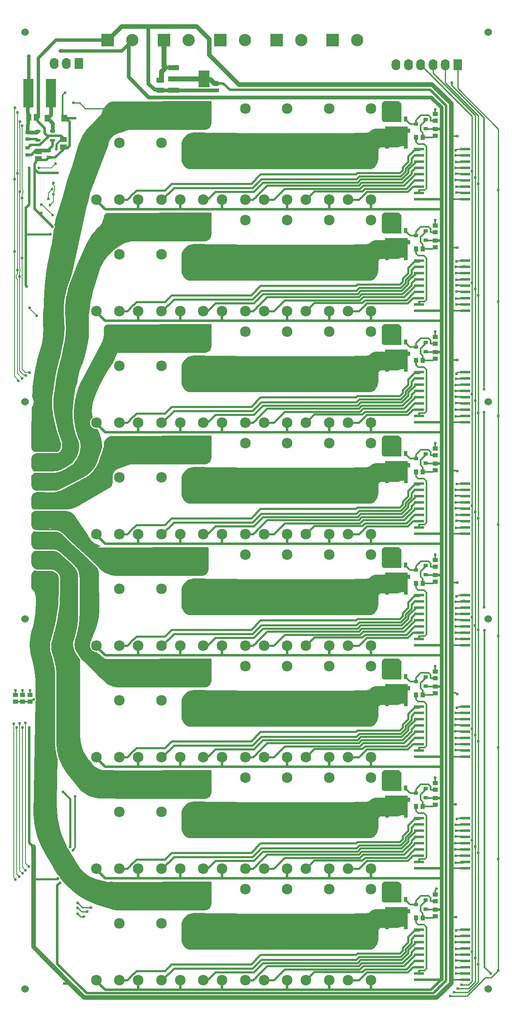
<source format=gbl>
G04*
G04 #@! TF.GenerationSoftware,Altium Limited,Altium Designer,20.0.2 (26)*
G04*
G04 Layer_Physical_Order=2*
G04 Layer_Color=13391121*
%FSLAX25Y25*%
%MOIN*%
G70*
G01*
G75*
%ADD10C,0.01000*%
%ADD16C,0.00600*%
%ADD39C,0.03000*%
%ADD40C,0.02000*%
%ADD42R,0.04134X0.03543*%
%ADD43R,0.03543X0.04134*%
%ADD47R,0.03543X0.03150*%
%ADD49R,0.06102X0.03937*%
%ADD52C,0.01200*%
%ADD53C,0.00800*%
%ADD54C,0.01500*%
%ADD55C,0.02500*%
%ADD56O,0.16000X0.12000*%
%ADD57R,0.16000X0.12000*%
%ADD58C,0.06000*%
%ADD60C,0.08500*%
%ADD61O,0.07000X0.09000*%
%ADD62R,0.07000X0.09000*%
%ADD63C,0.09843*%
%ADD64R,0.09843X0.09843*%
%ADD65C,0.02362*%
%ADD66C,0.03150*%
%ADD67C,0.10000*%
%ADD68R,0.08661X0.13780*%
%ADD69R,0.08661X0.04331*%
%ADD70R,0.08661X0.04331*%
%ADD71R,0.07874X0.02362*%
%ADD72R,0.03937X0.02165*%
%ADD73R,0.03937X0.02165*%
%ADD74R,0.10000X0.10000*%
%ADD75R,0.02953X0.03937*%
%ADD76R,0.03543X0.03150*%
%ADD77R,0.07874X0.22835*%
%ADD78R,0.04724X0.05512*%
%ADD79R,0.05512X0.04331*%
%ADD80R,0.04331X0.05512*%
%ADD81C,0.03500*%
%ADD82C,0.04000*%
%ADD83C,0.15000*%
%ADD84C,0.11000*%
G36*
X299495Y-411660D02*
X300198Y-412363D01*
X300579Y-413282D01*
X300579Y-413780D01*
X300579Y-413780D01*
X300579Y-413780D01*
X300579Y-427780D01*
X287079Y-427780D01*
X286681Y-427780D01*
X285946Y-427475D01*
X285383Y-426913D01*
X285079Y-426178D01*
X285079Y-425780D01*
X285079Y-425780D01*
X285079Y-413780D01*
X285079Y-413282D01*
X285459Y-412363D01*
X286163Y-411660D01*
X287081Y-411280D01*
X287579Y-411280D01*
X287579Y-411280D01*
X298079Y-411279D01*
X298576Y-411279D01*
X299495Y-411660D01*
D02*
G37*
G36*
X33883Y-382441D02*
X35124Y-382762D01*
X36315Y-383237D01*
X37436Y-383859D01*
X38470Y-384617D01*
X39400Y-385499D01*
X40211Y-386492D01*
X40551Y-387036D01*
X40551Y-387036D01*
X40551Y-387036D01*
X50579Y-402280D01*
X51095Y-403272D01*
X52368Y-405110D01*
X53932Y-406708D01*
X55743Y-408020D01*
X56724Y-408557D01*
X56724Y-408557D01*
X60363Y-410353D01*
X60599Y-410461D01*
X60490Y-410961D01*
X60032D01*
X58836Y-411079D01*
X57686Y-411428D01*
X57389Y-411587D01*
X146079Y-411068D01*
X146579Y-411568D01*
X146579Y-428568D01*
X146579Y-429109D01*
X146368Y-430172D01*
X145953Y-431173D01*
X145351Y-432074D01*
X144585Y-432840D01*
X143684Y-433442D01*
X142683Y-433856D01*
X141620Y-434068D01*
X141079Y-434068D01*
X141078Y-434068D01*
X141078Y-434068D01*
X72977Y-434068D01*
X72061Y-434069D01*
X70237Y-433886D01*
X68441Y-433518D01*
X66692Y-432968D01*
X65008Y-432244D01*
X63406Y-431351D01*
X61904Y-430300D01*
X60517Y-429101D01*
X59889Y-428434D01*
X58667Y-427151D01*
X56189Y-424621D01*
X49783Y-418509D01*
X39079Y-408780D01*
X29741Y-399848D01*
X29204Y-399381D01*
X28010Y-398612D01*
X26692Y-398083D01*
X25297Y-397814D01*
X24587Y-397780D01*
X24587Y-397780D01*
X24587Y-397780D01*
X9579Y-397780D01*
X9136Y-397780D01*
X8266Y-397607D01*
X7447Y-397268D01*
X6710Y-396775D01*
X6083Y-396148D01*
X5591Y-395411D01*
X5252Y-394592D01*
X5079Y-393723D01*
X5079Y-393280D01*
X5079Y-385435D01*
X5213Y-384759D01*
X5477Y-384122D01*
X5860Y-383549D01*
X6348Y-383061D01*
X6921Y-382678D01*
X7558Y-382414D01*
X8234Y-382280D01*
X8579D01*
X8579Y-382280D01*
X31970Y-382280D01*
X32611Y-382280D01*
X33883Y-382441D01*
D02*
G37*
G36*
X276072Y-436601D02*
X277786Y-437274D01*
X279325Y-438285D01*
X280624Y-439590D01*
X281627Y-441134D01*
X282292Y-442850D01*
X282441Y-443759D01*
X282441Y-456591D01*
X282441Y-456591D01*
X282441Y-457292D01*
X282245Y-458680D01*
X281858Y-460027D01*
X281287Y-461307D01*
X280542Y-462496D01*
X279639Y-463568D01*
X278595Y-464504D01*
X277431Y-465285D01*
X276800Y-465591D01*
X130582D01*
X129951Y-465285D01*
X128787Y-464504D01*
X127743Y-463568D01*
X126840Y-462496D01*
X126095Y-461308D01*
X125524Y-460027D01*
X125137Y-458680D01*
X124941Y-457292D01*
X124941Y-456591D01*
X124941Y-446965D01*
X124941Y-446493D01*
X124941Y-446493D01*
X124941Y-446493D01*
X124938Y-445820D01*
X125111Y-444483D01*
X125460Y-443182D01*
X125977Y-441937D01*
X126655Y-440772D01*
X127480Y-439707D01*
X128439Y-438760D01*
X129515Y-437949D01*
X130689Y-437287D01*
X131940Y-436786D01*
X133246Y-436454D01*
X134585Y-436299D01*
X135258Y-436310D01*
Y-436310D01*
X135258Y-436310D01*
X152290Y-436566D01*
X186356Y-436888D01*
X220424Y-436958D01*
X254491Y-436776D01*
X271524Y-436591D01*
X271524Y-436591D01*
X271524Y-436591D01*
X272417Y-436367D01*
X274257Y-436294D01*
X276072Y-436601D01*
D02*
G37*
G36*
X305665Y-433028D02*
X307614D01*
Y-436591D01*
X305665D01*
Y-449189D01*
X302713D01*
Y-447221D01*
X290665D01*
Y-449189D01*
X287713D01*
Y-436591D01*
X285764D01*
Y-433028D01*
X287713D01*
Y-431354D01*
X305665D01*
Y-433028D01*
D02*
G37*
G36*
X299495Y-500660D02*
X300198Y-501364D01*
X300579Y-502282D01*
X300579Y-502780D01*
X300579Y-502780D01*
X300579Y-502780D01*
X300579Y-516780D01*
X287079Y-516780D01*
X286681Y-516780D01*
X285946Y-516475D01*
X285383Y-515913D01*
X285079Y-515178D01*
X285079Y-514780D01*
X285079Y-514780D01*
X285079Y-502780D01*
X285079Y-502282D01*
X285459Y-501364D01*
X286163Y-500660D01*
X287081Y-500280D01*
X287579Y-500280D01*
X287579Y-500280D01*
X298079Y-500280D01*
X298576Y-500280D01*
X299495Y-500660D01*
D02*
G37*
G36*
X7876Y-398549D02*
X7974Y-398568D01*
X8067Y-398607D01*
X8937Y-398780D01*
X9037D01*
X9136Y-398799D01*
X9579Y-398799D01*
X24561Y-398799D01*
X25175Y-398829D01*
X26403Y-399065D01*
X27540Y-399522D01*
X28591Y-400199D01*
X29054Y-400601D01*
X38374Y-409516D01*
X38385Y-409523D01*
X38393Y-409534D01*
X49088Y-419255D01*
X55472Y-425347D01*
X57934Y-427860D01*
X58200Y-428139D01*
X58573Y-429298D01*
X58957Y-431097D01*
X59158Y-432926D01*
X59166Y-433846D01*
X59166Y-433846D01*
X59167Y-433846D01*
X59407Y-461062D01*
X59424Y-462979D01*
X59093Y-466799D01*
X58399Y-470570D01*
X57348Y-474257D01*
X56650Y-476043D01*
X56650Y-476043D01*
X56650Y-476043D01*
X52637Y-486297D01*
X52487Y-486732D01*
X52292Y-487630D01*
X52255Y-488292D01*
X52114Y-488633D01*
X51944Y-489925D01*
X52114Y-491218D01*
X52613Y-492422D01*
X53407Y-493456D01*
X54441Y-494249D01*
X55645Y-494748D01*
X56937Y-494918D01*
X56937Y-494918D01*
X61606Y-498614D01*
X62329Y-499137D01*
X63897Y-499987D01*
X65588Y-500555D01*
X65718Y-500574D01*
X65950Y-500573D01*
X65950Y-500573D01*
X148441Y-500091D01*
X148941Y-500591D01*
X148941Y-517591D01*
X148941Y-518132D01*
X148730Y-519195D01*
X148315Y-520196D01*
X147713Y-521097D01*
X146947Y-521863D01*
X146046Y-522465D01*
X145045Y-522879D01*
X143983Y-523091D01*
X143441Y-523091D01*
X143441Y-523091D01*
X143441Y-523091D01*
X75044D01*
X73870Y-523093D01*
X71545Y-522776D01*
X69285Y-522144D01*
X67133Y-521209D01*
X66955Y-521101D01*
X66902Y-521076D01*
X66445Y-520813D01*
X66203Y-520643D01*
X65767Y-520377D01*
X65102Y-519844D01*
X64511Y-519232D01*
X59887Y-515303D01*
X58480Y-513652D01*
X55569Y-510434D01*
X52533Y-507334D01*
X49376Y-504357D01*
X47754Y-502916D01*
X47754Y-502916D01*
Y-502916D01*
X46720Y-502016D01*
X44827Y-500034D01*
X43124Y-497886D01*
X41626Y-495591D01*
X40985Y-494380D01*
X40694Y-493831D01*
X40228Y-492679D01*
X39881Y-491486D01*
X39657Y-490263D01*
X39558Y-489024D01*
X39586Y-487782D01*
X39740Y-486549D01*
X40018Y-485338D01*
X40218Y-484749D01*
X40218Y-484749D01*
X40936Y-482503D01*
X42120Y-477937D01*
X42963Y-473296D01*
X43460Y-468606D01*
X43578Y-466251D01*
X43579Y-466251D01*
X43579Y-435318D01*
X43561Y-434607D01*
X43414Y-433194D01*
X43121Y-431803D01*
X42686Y-430450D01*
X42113Y-429149D01*
X41408Y-427915D01*
X40579Y-426760D01*
X39634Y-425698D01*
X39122Y-425205D01*
X39122Y-425205D01*
X28349Y-415355D01*
X27785Y-414886D01*
X26541Y-414113D01*
X25175Y-413583D01*
X23735Y-413313D01*
X23003Y-413280D01*
X23003Y-413280D01*
X23003Y-413280D01*
X10079Y-413280D01*
X9586Y-413280D01*
X8620Y-413088D01*
X7710Y-412711D01*
X6891Y-412163D01*
X6195Y-411467D01*
X5648Y-410648D01*
X5271Y-409738D01*
X5079Y-408772D01*
X5079Y-408280D01*
X5079Y-402280D01*
X5079Y-401836D01*
X5252Y-400967D01*
X5591Y-400148D01*
X6083Y-399411D01*
X6710Y-398784D01*
X7374Y-398341D01*
X7876Y-398549D01*
D02*
G37*
G36*
X276072Y-525601D02*
X277786Y-526274D01*
X279325Y-527285D01*
X280624Y-528590D01*
X281627Y-530134D01*
X282292Y-531850D01*
X282441Y-532759D01*
X282441Y-545591D01*
X282441Y-545591D01*
X282441Y-546292D01*
X282245Y-547680D01*
X281858Y-549027D01*
X281287Y-550308D01*
X280542Y-551496D01*
X279639Y-552568D01*
X278595Y-553504D01*
X277431Y-554285D01*
X276800Y-554591D01*
X130582D01*
X129951Y-554285D01*
X128787Y-553504D01*
X127743Y-552568D01*
X126840Y-551496D01*
X126095Y-550308D01*
X125524Y-549027D01*
X125137Y-547680D01*
X124941Y-546292D01*
X124941Y-545591D01*
X124941Y-535964D01*
X124941Y-535494D01*
X124941Y-535494D01*
X124941Y-535494D01*
X124938Y-534820D01*
X125111Y-533483D01*
X125460Y-532182D01*
X125977Y-530937D01*
X126655Y-529772D01*
X127480Y-528707D01*
X128439Y-527760D01*
X129515Y-526949D01*
X130689Y-526287D01*
X131940Y-525786D01*
X133246Y-525454D01*
X134585Y-525299D01*
X135258Y-525310D01*
Y-525310D01*
X135258Y-525310D01*
X152290Y-525566D01*
X186356Y-525888D01*
X220424Y-525958D01*
X254491Y-525776D01*
X271524Y-525591D01*
X271524Y-525591D01*
X271524Y-525591D01*
X272417Y-525366D01*
X274257Y-525294D01*
X276072Y-525601D01*
D02*
G37*
G36*
X305665Y-522028D02*
X307614D01*
Y-525591D01*
X305665D01*
Y-538189D01*
X302713D01*
Y-536221D01*
X290665D01*
Y-538189D01*
X287713D01*
Y-525591D01*
X285764D01*
Y-522028D01*
X287713D01*
Y-520354D01*
X305665D01*
Y-522028D01*
D02*
G37*
G36*
X299495Y-589660D02*
X300198Y-590364D01*
X300579Y-591282D01*
X300579Y-591780D01*
X300579Y-591780D01*
X300579Y-591780D01*
X300579Y-605780D01*
X287079Y-605780D01*
X286681Y-605780D01*
X285946Y-605475D01*
X285383Y-604913D01*
X285079Y-604178D01*
X285079Y-603780D01*
X285079Y-603780D01*
X285079Y-591780D01*
X285079Y-591282D01*
X285459Y-590364D01*
X286163Y-589660D01*
X287081Y-589280D01*
X287579Y-589280D01*
X287579Y-589280D01*
X298079Y-589280D01*
X298576Y-589280D01*
X299495Y-589660D01*
D02*
G37*
G36*
X8230Y-414029D02*
X8329Y-414049D01*
X8421Y-414087D01*
X9387Y-414280D01*
X9488D01*
X9586Y-414299D01*
X10079Y-414299D01*
X22979Y-414299D01*
X23617Y-414329D01*
X24894Y-414568D01*
X26083Y-415029D01*
X27187Y-415715D01*
X27678Y-416123D01*
X38423Y-425947D01*
X38899Y-426405D01*
X39781Y-427398D01*
X40549Y-428466D01*
X41201Y-429609D01*
X41732Y-430812D01*
X42134Y-432064D01*
X42405Y-433352D01*
X42542Y-434673D01*
X42559Y-435331D01*
X42559Y-466224D01*
X42443Y-468527D01*
X41953Y-473151D01*
X41123Y-477718D01*
X39956Y-482219D01*
X39249Y-484432D01*
X39053Y-485009D01*
X39046Y-485062D01*
X39024Y-485109D01*
X38746Y-486320D01*
X38744Y-486373D01*
X38728Y-486423D01*
X38574Y-487656D01*
X38578Y-487708D01*
X38566Y-487759D01*
X38539Y-489002D01*
X38548Y-489053D01*
X38542Y-489106D01*
X38640Y-490344D01*
X38655Y-490395D01*
X38654Y-490447D01*
X38878Y-491670D01*
X38897Y-491718D01*
X38902Y-491771D01*
X39249Y-492964D01*
X39273Y-493010D01*
X39283Y-493062D01*
X39749Y-494214D01*
X39778Y-494257D01*
X39793Y-494308D01*
X40084Y-494857D01*
X40084Y-494857D01*
X40725Y-496068D01*
X40755Y-496105D01*
X40772Y-496149D01*
X42271Y-498444D01*
X42304Y-498478D01*
X42326Y-498520D01*
X44029Y-500667D01*
X44065Y-500698D01*
X44079Y-500720D01*
X44079Y-561224D01*
X44105Y-562496D01*
X44313Y-565029D01*
X44729Y-567538D01*
X45349Y-570003D01*
X46170Y-572410D01*
X47185Y-574741D01*
X48388Y-576981D01*
X49770Y-579115D01*
X50526Y-580137D01*
X50526Y-580137D01*
X50526Y-580137D01*
X52966Y-583300D01*
X53522Y-583979D01*
X54744Y-585237D01*
X56102Y-586347D01*
X57577Y-587295D01*
X59151Y-588068D01*
X60803Y-588658D01*
X62511Y-589055D01*
X64253Y-589255D01*
X65130Y-589280D01*
X70579D01*
X70590Y-589546D01*
X148441Y-589091D01*
X148941Y-589591D01*
X148941Y-606591D01*
X148941Y-607132D01*
X148730Y-608195D01*
X148315Y-609196D01*
X147713Y-610097D01*
X146947Y-610863D01*
X146046Y-611465D01*
X145045Y-611879D01*
X143983Y-612090D01*
X143441Y-612090D01*
X143441Y-612090D01*
X143441Y-612090D01*
X75044D01*
X73870Y-612093D01*
X71545Y-611776D01*
X71260Y-611696D01*
X71184Y-611776D01*
X60877Y-611778D01*
X59559Y-611778D01*
X56939Y-611484D01*
X54368Y-610900D01*
X51878Y-610033D01*
X49500Y-608893D01*
X47265Y-607496D01*
X45199Y-605857D01*
X43329Y-603999D01*
X42503Y-602971D01*
X42503Y-602971D01*
X34026Y-592418D01*
X32950Y-591079D01*
X31032Y-588227D01*
X29362Y-585224D01*
X27951Y-582090D01*
X26811Y-578849D01*
X25948Y-575522D01*
X25369Y-572135D01*
X25079Y-568710D01*
Y-566992D01*
X25079Y-513514D01*
X25031Y-511354D01*
X24648Y-507051D01*
X23886Y-502799D01*
X22750Y-498631D01*
X22045Y-496589D01*
X22045Y-496589D01*
X21808Y-495948D01*
X21436Y-494631D01*
X21171Y-493289D01*
X21013Y-491930D01*
X20964Y-490563D01*
X21024Y-489197D01*
X21193Y-487840D01*
X21469Y-486500D01*
X21660Y-485843D01*
X23178Y-480625D01*
X23768Y-478528D01*
X24836Y-474305D01*
X25754Y-470046D01*
X26521Y-465758D01*
X27136Y-461445D01*
X27597Y-457113D01*
X27905Y-452768D01*
X28060Y-448414D01*
X28079Y-446236D01*
X28079Y-446236D01*
X28079Y-436280D01*
X28045Y-435594D01*
X27777Y-434248D01*
X27252Y-432980D01*
X26490Y-431839D01*
X25519Y-430868D01*
X24378Y-430106D01*
X23111Y-429581D01*
X21765Y-429313D01*
X21079Y-429280D01*
X21079Y-429280D01*
X21079Y-429280D01*
X11079Y-429280D01*
X10488Y-429280D01*
X9329Y-429049D01*
X8237Y-428597D01*
X7254Y-427940D01*
X6418Y-427105D01*
X5762Y-426122D01*
X5309Y-425030D01*
X5079Y-423871D01*
X5079Y-423280D01*
X5079Y-418280D01*
X5079Y-417836D01*
X5252Y-416967D01*
X5591Y-416148D01*
X6083Y-415411D01*
X6710Y-414784D01*
X7447Y-414292D01*
X8156Y-413999D01*
X8230Y-414029D01*
D02*
G37*
G36*
X276072Y-614601D02*
X277786Y-615274D01*
X279325Y-616285D01*
X280624Y-617590D01*
X281627Y-619134D01*
X282292Y-620851D01*
X282441Y-621759D01*
X282441Y-634591D01*
X282441Y-634591D01*
X282441Y-635292D01*
X282245Y-636680D01*
X281858Y-638027D01*
X281287Y-639307D01*
X280542Y-640495D01*
X279639Y-641568D01*
X278595Y-642504D01*
X277431Y-643285D01*
X276800Y-643591D01*
X130582D01*
X129951Y-643285D01*
X128787Y-642504D01*
X127743Y-641568D01*
X126840Y-640495D01*
X126095Y-639308D01*
X125524Y-638027D01*
X125137Y-636680D01*
X124941Y-635292D01*
X124941Y-634591D01*
X124941Y-624965D01*
X124941Y-624494D01*
X124941Y-624494D01*
X124941Y-624494D01*
X124938Y-623820D01*
X125111Y-622483D01*
X125460Y-621181D01*
X125977Y-619937D01*
X126655Y-618772D01*
X127480Y-617707D01*
X128439Y-616760D01*
X129515Y-615949D01*
X130689Y-615287D01*
X131940Y-614786D01*
X133246Y-614454D01*
X134585Y-614299D01*
X135258Y-614310D01*
Y-614310D01*
X135258Y-614310D01*
X152290Y-614566D01*
X186356Y-614888D01*
X220424Y-614958D01*
X254491Y-614776D01*
X271524Y-614591D01*
X271524Y-614591D01*
X271524Y-614591D01*
X272417Y-614366D01*
X274257Y-614294D01*
X276072Y-614601D01*
D02*
G37*
G36*
X305665Y-611028D02*
X307614D01*
Y-614591D01*
X305665D01*
Y-627189D01*
X302713D01*
Y-625220D01*
X290665D01*
Y-627189D01*
X287713D01*
Y-614591D01*
X285764D01*
Y-611028D01*
X287713D01*
Y-609354D01*
X305665D01*
Y-611028D01*
D02*
G37*
G36*
X299495Y-678660D02*
X300198Y-679363D01*
X300579Y-680282D01*
X300579Y-680780D01*
X300579Y-680780D01*
X300579Y-680780D01*
X300579Y-694780D01*
X287079Y-694780D01*
X286681Y-694780D01*
X285946Y-694475D01*
X285383Y-693913D01*
X285079Y-693178D01*
X285079Y-692780D01*
X285079Y-692780D01*
X285079Y-680780D01*
X285079Y-680282D01*
X285459Y-679363D01*
X286163Y-678660D01*
X287081Y-678280D01*
X287579Y-678280D01*
X287579Y-678280D01*
X298079Y-678279D01*
X298576Y-678279D01*
X299495Y-678660D01*
D02*
G37*
G36*
X7846Y-429539D02*
X8938Y-429991D01*
X9037Y-430011D01*
X9130Y-430049D01*
X10289Y-430280D01*
X10389D01*
X10488Y-430299D01*
X11079Y-430299D01*
X21053Y-430299D01*
X21640Y-430328D01*
X22813Y-430561D01*
X23896Y-431010D01*
X24870Y-431661D01*
X25698Y-432489D01*
X26349Y-433463D01*
X26797Y-434545D01*
X27030Y-435719D01*
X27059Y-436305D01*
X27059Y-446227D01*
X27059Y-446227D01*
X27040Y-448391D01*
X26887Y-452713D01*
X26582Y-457023D01*
X26124Y-461319D01*
X25514Y-465596D01*
X24754Y-469849D01*
X23844Y-474072D01*
X22783Y-478265D01*
X22198Y-480344D01*
X20681Y-485558D01*
X20490Y-486215D01*
X20487Y-486256D01*
X20471Y-486294D01*
X20194Y-487634D01*
X20194Y-487675D01*
X20181Y-487714D01*
X20012Y-489071D01*
X20015Y-489112D01*
X20006Y-489152D01*
X19946Y-490519D01*
X19952Y-490559D01*
X19945Y-490600D01*
X19994Y-491967D01*
X20004Y-492007D01*
X20000Y-492048D01*
X20158Y-493407D01*
X20171Y-493446D01*
X20171Y-493487D01*
X20436Y-494829D01*
X20452Y-494867D01*
X20455Y-494908D01*
X20826Y-496224D01*
X20845Y-496261D01*
X20852Y-496302D01*
X21084Y-496930D01*
X21776Y-498932D01*
X22891Y-503023D01*
X23637Y-507187D01*
X24012Y-511411D01*
X24059Y-513525D01*
X24059Y-566992D01*
Y-568710D01*
X24068Y-568753D01*
X24063Y-568796D01*
X24353Y-572221D01*
X24365Y-572263D01*
X24364Y-572306D01*
X24943Y-575694D01*
X24958Y-575735D01*
X24961Y-575778D01*
X25824Y-579105D01*
X25843Y-579144D01*
X25849Y-579187D01*
X25988Y-579583D01*
X25500Y-614000D01*
X25454Y-616538D01*
X25622Y-621611D01*
X26137Y-626661D01*
X26995Y-631664D01*
X28194Y-636596D01*
X29727Y-641435D01*
X31587Y-646158D01*
X33765Y-650743D01*
X34971Y-652977D01*
X34971D01*
X34971Y-652977D01*
X41931Y-664460D01*
X42628Y-665550D01*
X44175Y-667624D01*
X45915Y-669538D01*
X47831Y-671277D01*
X49905Y-672823D01*
X52118Y-674163D01*
X54451Y-675283D01*
X56879Y-676174D01*
X58123Y-676531D01*
X58123D01*
X65950Y-678573D01*
X70222Y-678302D01*
X70494Y-678546D01*
X148441Y-678091D01*
X148941Y-678591D01*
X148941Y-695591D01*
X148941Y-696132D01*
X148730Y-697195D01*
X148315Y-698196D01*
X147713Y-699097D01*
X146947Y-699863D01*
X146046Y-700465D01*
X145045Y-700879D01*
X143983Y-701090D01*
X143441Y-701090D01*
X143441Y-701090D01*
X143441Y-701090D01*
X75044D01*
X73870Y-701093D01*
X71545Y-700776D01*
X69285Y-700144D01*
X69223Y-700117D01*
X59080Y-697239D01*
X57087Y-696567D01*
X53195Y-694974D01*
X49411Y-693137D01*
X45752Y-691064D01*
X42232Y-688763D01*
X38864Y-686244D01*
X35663Y-683516D01*
X32641Y-680590D01*
X29811Y-677479D01*
X28186Y-675448D01*
X28078Y-674905D01*
X27684Y-674316D01*
X27095Y-673922D01*
X26976Y-673899D01*
X24770Y-670751D01*
X22579Y-667161D01*
X21600Y-665300D01*
X21600Y-665300D01*
X21600Y-665300D01*
X16500Y-656400D01*
X15385Y-654639D01*
X13396Y-650976D01*
X11658Y-647188D01*
X10177Y-643291D01*
X8961Y-639304D01*
X8015Y-635245D01*
X7343Y-631131D01*
X6949Y-626981D01*
X6892Y-624898D01*
X8379Y-533984D01*
X8678Y-533537D01*
X8816Y-532842D01*
X8678Y-532148D01*
X8416Y-531756D01*
X8518Y-525504D01*
X8562Y-522594D01*
X8361Y-516778D01*
X7778Y-510987D01*
X6816Y-505247D01*
X6194Y-502404D01*
X6194Y-502404D01*
X5195Y-498639D01*
X4875Y-497434D01*
X4391Y-494986D01*
X4066Y-492513D01*
X3901Y-490024D01*
X3896Y-487530D01*
X4051Y-485040D01*
X4366Y-482565D01*
X4839Y-480116D01*
X5154Y-478909D01*
X6611Y-473322D01*
X7070Y-471439D01*
X7808Y-467634D01*
X8301Y-463790D01*
X8548Y-459923D01*
X8579Y-457985D01*
X8579Y-457985D01*
X8579Y-450655D01*
X8540Y-449913D01*
X8232Y-448461D01*
X7629Y-447105D01*
X6758Y-445904D01*
X6233Y-445378D01*
Y-445378D01*
X5961Y-445131D01*
X5530Y-444537D01*
X5231Y-443865D01*
X5079Y-443147D01*
X5079Y-442780D01*
X5079Y-434280D01*
X5079Y-433738D01*
X5290Y-432676D01*
X5705Y-431675D01*
X6306Y-430774D01*
X7072Y-430008D01*
X7811Y-429515D01*
X7846Y-429539D01*
D02*
G37*
G36*
X276072Y-703601D02*
X277786Y-704274D01*
X279325Y-705285D01*
X280624Y-706590D01*
X281627Y-708134D01*
X282292Y-709851D01*
X282441Y-710759D01*
X282441Y-723591D01*
X282441Y-723591D01*
X282441Y-724292D01*
X282245Y-725680D01*
X281858Y-727027D01*
X281287Y-728307D01*
X280542Y-729495D01*
X279639Y-730568D01*
X278595Y-731504D01*
X277431Y-732285D01*
X276800Y-732591D01*
X130582D01*
X129951Y-732285D01*
X128787Y-731504D01*
X127743Y-730568D01*
X126840Y-729495D01*
X126095Y-728308D01*
X125524Y-727027D01*
X125137Y-725680D01*
X124941Y-724292D01*
X124941Y-723591D01*
X124941Y-713965D01*
X124941Y-713493D01*
X124941Y-713493D01*
X124941Y-713493D01*
X124938Y-712820D01*
X125111Y-711483D01*
X125460Y-710182D01*
X125977Y-708937D01*
X126655Y-707772D01*
X127480Y-706707D01*
X128439Y-705760D01*
X129515Y-704949D01*
X130689Y-704287D01*
X131940Y-703786D01*
X133246Y-703454D01*
X134585Y-703299D01*
X135258Y-703310D01*
Y-703310D01*
X135258Y-703310D01*
X152290Y-703566D01*
X186356Y-703888D01*
X220424Y-703958D01*
X254491Y-703776D01*
X271524Y-703591D01*
X271524Y-703591D01*
X271524Y-703591D01*
X272417Y-703367D01*
X274257Y-703294D01*
X276072Y-703601D01*
D02*
G37*
G36*
X305665Y-700028D02*
X307614D01*
Y-703591D01*
X305665D01*
Y-716189D01*
X302713D01*
Y-714221D01*
X290665D01*
Y-716189D01*
X287713D01*
Y-703591D01*
X285764D01*
Y-700028D01*
X287713D01*
Y-698354D01*
X305665D01*
Y-700028D01*
D02*
G37*
G36*
X299495Y-55660D02*
X300198Y-56363D01*
X300579Y-57282D01*
X300579Y-57780D01*
X300579Y-57780D01*
X300579Y-57780D01*
X300579Y-71780D01*
X287079Y-71780D01*
X286681Y-71780D01*
X285946Y-71475D01*
X285383Y-70913D01*
X285079Y-70178D01*
X285079Y-69780D01*
X285079Y-69780D01*
X285079Y-57780D01*
X285079Y-57282D01*
X285459Y-56363D01*
X286163Y-55660D01*
X287081Y-55280D01*
X287579Y-55280D01*
X287579Y-55280D01*
X298079Y-55279D01*
X298576Y-55279D01*
X299495Y-55660D01*
D02*
G37*
G36*
X148941Y-55591D02*
X148941Y-72591D01*
X148941Y-73132D01*
X148730Y-74195D01*
X148315Y-75196D01*
X147713Y-76097D01*
X146947Y-76863D01*
X146046Y-77465D01*
X145045Y-77879D01*
X143983Y-78091D01*
X143441Y-78091D01*
X143441Y-78091D01*
Y-78091D01*
X84706D01*
X83047Y-78278D01*
X82096Y-78412D01*
X82096Y-78412D01*
X81529Y-78586D01*
X80400Y-78956D01*
X79282Y-79354D01*
X78174Y-79780D01*
X77625Y-80004D01*
X77624Y-80004D01*
X76642Y-80150D01*
X74727Y-80670D01*
X72917Y-81485D01*
X71258Y-82574D01*
X69791Y-83910D01*
X68552Y-85460D01*
X67571Y-87185D01*
X66874Y-89043D01*
X66638Y-90008D01*
X52138Y-128508D01*
X52138Y-128508D01*
X51838Y-130040D01*
X51139Y-133081D01*
X50341Y-136099D01*
X49446Y-139089D01*
X48951Y-140569D01*
X37638Y-192508D01*
X36069Y-197686D01*
X36069Y-197687D01*
X36063Y-197706D01*
X35243Y-199858D01*
X35243Y-199858D01*
X34607Y-201529D01*
X34602Y-201558D01*
X34588Y-201584D01*
X33507Y-204993D01*
X33504Y-205022D01*
X33491Y-205048D01*
X32607Y-208513D01*
X32605Y-208542D01*
X32594Y-208570D01*
X31908Y-212079D01*
X31908Y-212108D01*
X31899Y-212136D01*
X31414Y-215679D01*
X31416Y-215708D01*
X31408Y-215737D01*
X31126Y-219301D01*
X31129Y-219331D01*
X31123Y-219359D01*
X31044Y-222934D01*
X31049Y-222963D01*
X31045Y-222992D01*
X31170Y-226566D01*
X31177Y-226594D01*
X31174Y-226624D01*
X31337Y-228395D01*
X31532Y-231023D01*
X31636Y-236300D01*
X31357Y-241561D01*
X30697Y-246798D01*
X30226Y-249391D01*
X28147Y-259763D01*
X27198Y-262979D01*
X27196Y-263002D01*
X27186Y-263023D01*
X25555Y-269621D01*
X25554Y-269644D01*
X25545Y-269666D01*
X24210Y-276330D01*
X24210Y-276353D01*
X24202Y-276375D01*
X23165Y-283092D01*
X23166Y-283115D01*
X23159Y-283137D01*
X22796Y-286461D01*
X22557Y-287553D01*
X22556Y-287578D01*
X22547Y-287602D01*
X22159Y-289914D01*
X22159Y-289940D01*
X22151Y-289964D01*
X21878Y-292292D01*
X21880Y-292318D01*
X21874Y-292342D01*
X21716Y-294681D01*
X21719Y-294707D01*
X21714Y-294732D01*
X21673Y-297076D01*
X21677Y-297101D01*
X21673Y-297126D01*
X21748Y-299469D01*
X21754Y-299494D01*
X21751Y-299519D01*
X21941Y-301856D01*
X21948Y-301880D01*
X21947Y-301906D01*
X22253Y-304230D01*
X22261Y-304254D01*
X22261Y-304280D01*
X22471Y-305433D01*
X22996Y-308303D01*
X23004Y-308325D01*
X23005Y-308349D01*
X24317Y-314035D01*
X24327Y-314057D01*
X24329Y-314081D01*
X25902Y-319701D01*
X25912Y-319722D01*
X25915Y-319746D01*
X27746Y-325287D01*
X27758Y-325307D01*
X27762Y-325331D01*
X28752Y-327920D01*
X28774Y-328192D01*
X28821Y-329026D01*
X28839Y-329855D01*
X28829Y-330690D01*
X28815Y-331081D01*
X28777Y-331490D01*
X28578Y-332319D01*
X28235Y-333074D01*
X27756Y-333749D01*
X27157Y-334322D01*
X26461Y-334770D01*
X25692Y-335079D01*
X25075Y-335198D01*
X19982Y-335198D01*
X8828Y-335198D01*
X8464Y-335198D01*
X7751Y-335056D01*
X7079Y-334778D01*
X6475Y-334374D01*
X5961Y-333860D01*
X5557Y-333256D01*
X5279Y-332584D01*
X5138Y-331871D01*
X5138Y-331508D01*
X5137Y-326316D01*
X5225Y-315932D01*
X5402Y-305550D01*
X5560Y-299361D01*
X5756Y-299122D01*
X6396Y-297925D01*
X6790Y-296626D01*
X6923Y-295276D01*
X6790Y-293925D01*
X6396Y-292626D01*
X5793Y-291499D01*
X5846Y-289980D01*
X5914Y-287690D01*
X6212Y-283118D01*
X6671Y-278559D01*
X7290Y-274019D01*
X8068Y-269503D01*
X9005Y-265018D01*
X10100Y-260568D01*
X11350Y-256160D01*
X12053Y-253979D01*
X12420Y-252795D01*
X13071Y-250402D01*
X13611Y-247981D01*
X14039Y-245539D01*
X14354Y-243079D01*
X14555Y-240607D01*
X14643Y-238129D01*
X14615Y-235649D01*
X14559Y-234411D01*
X14455Y-232586D01*
X14413Y-228932D01*
X14536Y-225279D01*
X14825Y-221636D01*
X15051Y-219823D01*
X15054Y-219621D01*
X15058Y-219219D01*
X15064Y-218816D01*
X15069Y-218414D01*
X15072Y-218212D01*
X15118Y-215152D01*
X15382Y-209037D01*
X15818Y-202932D01*
X16428Y-196842D01*
X17209Y-190771D01*
X18161Y-184725D01*
X19285Y-178709D01*
X20577Y-172726D01*
X21308Y-169754D01*
X21634Y-167192D01*
X22343Y-162075D01*
X23099Y-157051D01*
X23490Y-156790D01*
X23883Y-156201D01*
X24021Y-155506D01*
X23883Y-154811D01*
X23543Y-154301D01*
X23937Y-151868D01*
X24379Y-149323D01*
X24379D01*
X24379Y-149323D01*
X25633Y-145640D01*
X28021Y-138233D01*
X30250Y-130778D01*
X32318Y-123275D01*
X33291Y-119508D01*
X34544Y-116120D01*
X36925Y-109299D01*
X39137Y-102421D01*
X41180Y-95491D01*
X42138Y-92008D01*
X42777Y-90067D01*
X44335Y-86291D01*
X46165Y-82638D01*
X48258Y-79129D01*
X49430Y-77456D01*
X55758Y-71128D01*
X55758Y-71128D01*
X56057Y-70752D01*
X56363Y-70401D01*
X56810Y-69954D01*
X57161Y-69648D01*
X57537Y-69348D01*
Y-69348D01*
X57917Y-68776D01*
X58751Y-67685D01*
X59655Y-66651D01*
X60626Y-65680D01*
X61143Y-65228D01*
X61260Y-64658D01*
X61647Y-63562D01*
X62179Y-62528D01*
X62847Y-61575D01*
X63242Y-61149D01*
X63242D01*
Y-61149D01*
X63833Y-59716D01*
X64692Y-58425D01*
X65785Y-57325D01*
X67071Y-56459D01*
X68501Y-55860D01*
X70020Y-55549D01*
X70795Y-55545D01*
X70795Y-55545D01*
X148441Y-55091D01*
X148941Y-55591D01*
D02*
G37*
G36*
X276072Y-80601D02*
X277786Y-81274D01*
X279325Y-82285D01*
X280624Y-83590D01*
X281627Y-85134D01*
X282292Y-86851D01*
X282441Y-87759D01*
X282441Y-100591D01*
X282441Y-100591D01*
X282441Y-101292D01*
X282245Y-102680D01*
X281858Y-104027D01*
X281287Y-105307D01*
X280542Y-106495D01*
X279639Y-107568D01*
X278595Y-108504D01*
X277431Y-109285D01*
X276800Y-109591D01*
X130582D01*
X129951Y-109285D01*
X128787Y-108504D01*
X127743Y-107568D01*
X126840Y-106495D01*
X126095Y-105308D01*
X125524Y-104027D01*
X125137Y-102680D01*
X124941Y-101292D01*
X124941Y-100591D01*
X124941Y-90965D01*
X124941Y-90494D01*
X124941Y-90494D01*
X124941Y-90494D01*
X124938Y-89820D01*
X125111Y-88483D01*
X125460Y-87182D01*
X125977Y-85937D01*
X126655Y-84772D01*
X127480Y-83707D01*
X128439Y-82760D01*
X129515Y-81949D01*
X130689Y-81287D01*
X131940Y-80786D01*
X133246Y-80454D01*
X134585Y-80299D01*
X135258Y-80310D01*
Y-80310D01*
X135258Y-80310D01*
X152290Y-80566D01*
X186356Y-80888D01*
X220424Y-80958D01*
X254491Y-80776D01*
X271524Y-80591D01*
X271524Y-80591D01*
X271524Y-80591D01*
X272417Y-80366D01*
X274257Y-80294D01*
X276072Y-80601D01*
D02*
G37*
G36*
X305665Y-77028D02*
X307614D01*
Y-80591D01*
X305665D01*
Y-93189D01*
X302713D01*
Y-91220D01*
X290665D01*
Y-93189D01*
X287713D01*
Y-80591D01*
X285764D01*
Y-77028D01*
X287713D01*
Y-75354D01*
X305665D01*
Y-77028D01*
D02*
G37*
G36*
X148941Y-144591D02*
X148941Y-161591D01*
X148941Y-162132D01*
X148730Y-163195D01*
X148315Y-164196D01*
X147713Y-165097D01*
X146947Y-165863D01*
X146046Y-166465D01*
X145045Y-166879D01*
X143983Y-167091D01*
X143441Y-167090D01*
X143441Y-167090D01*
X143441Y-167091D01*
X86660D01*
X85036Y-167295D01*
X82441Y-167787D01*
X81157Y-168094D01*
X79868Y-168631D01*
X77354Y-169846D01*
X74936Y-171244D01*
X72630Y-172817D01*
X70446Y-174557D01*
X68397Y-176455D01*
X66495Y-178499D01*
X64749Y-180678D01*
X63170Y-182981D01*
X61766Y-185395D01*
X60545Y-187906D01*
X59513Y-190501D01*
X59070Y-191825D01*
X55669Y-202660D01*
X55669Y-202660D01*
X55117Y-204478D01*
X54117Y-208145D01*
X53257Y-211848D01*
X52539Y-215581D01*
X51963Y-219338D01*
X51530Y-223114D01*
X51241Y-226904D01*
X51097Y-230703D01*
X51079Y-232603D01*
X51079Y-242473D01*
X51079Y-242473D01*
X51009Y-243490D01*
X50759Y-245513D01*
X50398Y-247519D01*
X49927Y-249503D01*
X49638Y-250480D01*
X49638Y-250480D01*
X49404Y-252211D01*
X48746Y-255643D01*
X47901Y-259033D01*
X46871Y-262371D01*
X46264Y-264010D01*
X46264Y-264010D01*
X45507Y-265704D01*
X44192Y-269173D01*
X43148Y-272733D01*
X42383Y-276363D01*
X42106Y-278198D01*
X41940Y-279470D01*
Y-279470D01*
X41824Y-279817D01*
X41598Y-280512D01*
X41378Y-281209D01*
X41163Y-281908D01*
X41059Y-282259D01*
X41059Y-282259D01*
X40519Y-284193D01*
X39638Y-288111D01*
X39022Y-292080D01*
X38734Y-295395D01*
X38305Y-298731D01*
X38307Y-298768D01*
X38298Y-298805D01*
X38073Y-302904D01*
X38079Y-302942D01*
X38072Y-302979D01*
X38147Y-307084D01*
X38155Y-307120D01*
X38151Y-307158D01*
X38525Y-311247D01*
X38536Y-311283D01*
X38535Y-311320D01*
X39206Y-315371D01*
X39219Y-315406D01*
X39221Y-315444D01*
X40186Y-319434D01*
X40202Y-319469D01*
X40206Y-319506D01*
X41460Y-323416D01*
X41478Y-323448D01*
X41485Y-323486D01*
X42253Y-325389D01*
X42261Y-325401D01*
X42263Y-325414D01*
X42646Y-326296D01*
X43179Y-328120D01*
X43398Y-329985D01*
X43302Y-331883D01*
X43134Y-332829D01*
X43134Y-332860D01*
X43125Y-332889D01*
X43017Y-333813D01*
X42646Y-335621D01*
X42076Y-337362D01*
X41307Y-339039D01*
X40870Y-339810D01*
X38505Y-343241D01*
X38372Y-343424D01*
X38071Y-343780D01*
X37745Y-344096D01*
X37504Y-344287D01*
X37504Y-344287D01*
X37379Y-344387D01*
X37191Y-344514D01*
X32632Y-347450D01*
X32015Y-347844D01*
X30749Y-348559D01*
X29441Y-349176D01*
X28093Y-349695D01*
X26709Y-350113D01*
X25299Y-350429D01*
X23869Y-350640D01*
X22419Y-350747D01*
X21696Y-350760D01*
X9079Y-350760D01*
X8685Y-350760D01*
X8586Y-350780D01*
X8486Y-350780D01*
X7803Y-350915D01*
X7446Y-350767D01*
X6709Y-350275D01*
X6083Y-349648D01*
X5590Y-348911D01*
X5251Y-348092D01*
X5079Y-347223D01*
X5079Y-346780D01*
X5079Y-340780D01*
X5079Y-340780D01*
X5089Y-340285D01*
X5251Y-339468D01*
X5590Y-338648D01*
X6083Y-337911D01*
X6710Y-337284D01*
X7447Y-336792D01*
X8266Y-336452D01*
X9136Y-336280D01*
X9579Y-336280D01*
X23994Y-336279D01*
X24464D01*
X24464Y-336279D01*
X24464Y-336279D01*
X24976Y-336255D01*
X25981Y-336061D01*
X26931Y-335680D01*
X27791Y-335126D01*
X28531Y-334419D01*
X29123Y-333584D01*
X29546Y-332652D01*
X29785Y-331657D01*
X29832Y-331147D01*
X29848Y-330715D01*
X29859Y-329850D01*
X29840Y-328986D01*
X29792Y-328123D01*
X29757Y-327692D01*
X28714Y-324967D01*
X26884Y-319426D01*
X25311Y-313806D01*
X23999Y-308120D01*
X23474Y-305250D01*
X23264Y-304097D01*
X22958Y-301773D01*
X22767Y-299436D01*
X22692Y-297094D01*
X22733Y-294750D01*
X22891Y-292411D01*
X23164Y-290083D01*
X23552Y-287771D01*
X23804Y-286626D01*
X24172Y-283248D01*
X25210Y-276531D01*
X26545Y-269866D01*
X28176Y-263267D01*
X29138Y-260008D01*
X31228Y-249582D01*
X31228Y-249582D01*
X31228Y-249582D01*
X31705Y-246953D01*
X32373Y-241652D01*
X32656Y-236317D01*
X32551Y-230975D01*
X32353Y-228310D01*
X32189Y-226530D01*
X32064Y-222957D01*
X32142Y-219382D01*
X32424Y-215817D01*
X32909Y-212275D01*
X33595Y-208765D01*
X34479Y-205301D01*
X35560Y-201892D01*
X36196Y-200221D01*
X42079Y-184780D01*
X49226Y-169186D01*
X49226Y-169186D01*
X49226Y-169186D01*
X49701Y-168150D01*
X50756Y-166129D01*
X51913Y-164165D01*
X53170Y-162263D01*
X54523Y-160428D01*
X55968Y-158665D01*
X57502Y-156979D01*
X59121Y-155373D01*
X59970Y-154613D01*
X59970Y-154613D01*
X59970Y-154613D01*
X60554Y-154034D01*
X61523Y-152707D01*
X62193Y-151207D01*
X62536Y-149601D01*
X62554Y-149251D01*
X62941Y-149036D01*
Y-147302D01*
X63056Y-146720D01*
X63283Y-146171D01*
X63612Y-145676D01*
X64031Y-145255D01*
X64523Y-144923D01*
X65071Y-144694D01*
X65653Y-144575D01*
X65950Y-144573D01*
X65950Y-144573D01*
X148441Y-144091D01*
X148941Y-144591D01*
D02*
G37*
G36*
X299495Y-144660D02*
X300198Y-145363D01*
X300579Y-146282D01*
X300579Y-146780D01*
X300579Y-146780D01*
X300579Y-146780D01*
X300579Y-160780D01*
X287079Y-160780D01*
X286681Y-160780D01*
X285946Y-160475D01*
X285383Y-159913D01*
X285079Y-159178D01*
X285079Y-158780D01*
X285079Y-158780D01*
X285079Y-146780D01*
X285079Y-146282D01*
X285459Y-145363D01*
X286163Y-144660D01*
X287081Y-144280D01*
X287579Y-144280D01*
X287579Y-144280D01*
X298079Y-144280D01*
X298576Y-144280D01*
X299495Y-144660D01*
D02*
G37*
G36*
X276072Y-169601D02*
X277786Y-170274D01*
X279325Y-171285D01*
X280624Y-172590D01*
X281627Y-174134D01*
X282292Y-175850D01*
X282441Y-176759D01*
X282441Y-189591D01*
X282441Y-189591D01*
X282441Y-190292D01*
X282245Y-191680D01*
X281858Y-193027D01*
X281287Y-194307D01*
X280542Y-195495D01*
X279639Y-196568D01*
X278595Y-197504D01*
X277431Y-198285D01*
X276800Y-198591D01*
X130582D01*
X129951Y-198285D01*
X128787Y-197504D01*
X127743Y-196568D01*
X126840Y-195495D01*
X126095Y-194308D01*
X125524Y-193027D01*
X125137Y-191680D01*
X124941Y-190292D01*
X124941Y-189591D01*
X124941Y-179964D01*
X124941Y-179493D01*
X124941Y-179493D01*
X124941Y-179493D01*
X124938Y-178820D01*
X125111Y-177483D01*
X125460Y-176181D01*
X125977Y-174937D01*
X126655Y-173772D01*
X127480Y-172707D01*
X128439Y-171760D01*
X129515Y-170949D01*
X130689Y-170287D01*
X131940Y-169786D01*
X133246Y-169454D01*
X134585Y-169299D01*
X135258Y-169310D01*
Y-169310D01*
X135258Y-169310D01*
X152290Y-169566D01*
X186356Y-169888D01*
X220424Y-169958D01*
X254491Y-169776D01*
X271524Y-169591D01*
X271524Y-169591D01*
X271524Y-169591D01*
X272417Y-169367D01*
X274257Y-169294D01*
X276072Y-169601D01*
D02*
G37*
G36*
X305665Y-166028D02*
X307614D01*
Y-169591D01*
X305665D01*
Y-182189D01*
X302713D01*
Y-180220D01*
X290665D01*
Y-182189D01*
X287713D01*
Y-169591D01*
X285764D01*
Y-166028D01*
X287713D01*
Y-164354D01*
X305665D01*
Y-166028D01*
D02*
G37*
G36*
X299495Y-233660D02*
X300198Y-234364D01*
X300579Y-235282D01*
X300579Y-235780D01*
X300579Y-235780D01*
X300579Y-235780D01*
X300579Y-249780D01*
X287079Y-249780D01*
X286681Y-249780D01*
X285946Y-249475D01*
X285383Y-248913D01*
X285079Y-248178D01*
X285079Y-247780D01*
X285079Y-247780D01*
X285079Y-235780D01*
X285079Y-235282D01*
X285459Y-234364D01*
X286163Y-233660D01*
X287081Y-233280D01*
X287579Y-233280D01*
X287579Y-233280D01*
X298079Y-233279D01*
X298576Y-233279D01*
X299495Y-233660D01*
D02*
G37*
G36*
X148941Y-233591D02*
X148941Y-250591D01*
X148941Y-251132D01*
X148730Y-252195D01*
X148315Y-253196D01*
X147713Y-254097D01*
X146947Y-254863D01*
X146046Y-255465D01*
X145045Y-255879D01*
X143983Y-256090D01*
X143441Y-256090D01*
X143441Y-256090D01*
X143441Y-256090D01*
X75044D01*
X73870Y-256093D01*
X70452Y-264020D01*
X70452Y-264020D01*
X69418Y-265473D01*
X67418Y-268424D01*
X65509Y-271435D01*
X63693Y-274503D01*
X61971Y-277625D01*
X60344Y-280797D01*
X58815Y-284018D01*
X57384Y-287284D01*
X56707Y-288932D01*
Y-288932D01*
X56041Y-290353D01*
X54936Y-293289D01*
X54141Y-296324D01*
X53664Y-299425D01*
X53510Y-302558D01*
X53682Y-305690D01*
X54037Y-307911D01*
X53407Y-308395D01*
X52613Y-309429D01*
X52114Y-310633D01*
X51944Y-311925D01*
X52114Y-313217D01*
X52613Y-314422D01*
X53407Y-315456D01*
X54441Y-316249D01*
X55645Y-316748D01*
X56937Y-316918D01*
X57800Y-316804D01*
X58266Y-317595D01*
X59665Y-320702D01*
X60713Y-323944D01*
X61399Y-327281D01*
X61714Y-330674D01*
X61693Y-331872D01*
X61557Y-332247D01*
X61557Y-332252D01*
X61554Y-332256D01*
X60627Y-334893D01*
X60627Y-334898D01*
X60624Y-334901D01*
X59720Y-337547D01*
X59720Y-337551D01*
X59717Y-337555D01*
X58835Y-340208D01*
X58835Y-340213D01*
X58833Y-340217D01*
X58407Y-341535D01*
X58025Y-342628D01*
X57100Y-344763D01*
X55981Y-346789D01*
X54673Y-348697D01*
X53187Y-350472D01*
X51538Y-352095D01*
X49740Y-353553D01*
X47800Y-354837D01*
X46792Y-355405D01*
X38394Y-359872D01*
X28450Y-364844D01*
X28449Y-364844D01*
X27744Y-365197D01*
X26261Y-365735D01*
X24725Y-366097D01*
X23158Y-366280D01*
X22369D01*
X16473Y-366280D01*
X10257Y-366141D01*
X9753Y-366130D01*
X9653Y-366148D01*
X9551Y-366146D01*
X9215Y-366206D01*
X8620Y-366087D01*
X7710Y-365710D01*
X6891Y-365163D01*
X6195Y-364467D01*
X5647Y-363648D01*
X5271Y-362738D01*
X5079Y-361772D01*
X5079Y-361280D01*
X5079Y-355780D01*
X5079Y-355386D01*
X5232Y-354613D01*
X5534Y-353885D01*
X5971Y-353230D01*
X6529Y-352673D01*
X7184Y-352235D01*
X7912Y-351933D01*
X8685Y-351780D01*
X9079Y-351780D01*
X21705Y-351780D01*
X22465Y-351766D01*
X23981Y-351654D01*
X25485Y-351432D01*
X26969Y-351100D01*
X28424Y-350660D01*
X29842Y-350114D01*
X31217Y-349466D01*
X32541Y-348718D01*
X33181Y-348309D01*
X37754Y-345365D01*
X37754Y-345365D01*
X37754Y-345365D01*
X37983Y-345209D01*
X38138Y-345086D01*
X38418Y-344864D01*
X38816Y-344478D01*
X39175Y-344054D01*
X39338Y-343829D01*
X41735Y-340352D01*
X41735Y-340351D01*
X41735Y-340351D01*
X42215Y-339504D01*
X43027Y-337734D01*
X43633Y-335883D01*
X44024Y-333975D01*
X44138Y-333008D01*
X44138Y-333008D01*
X44138Y-333008D01*
X44317Y-331998D01*
X44421Y-329951D01*
X44182Y-327916D01*
X43607Y-325949D01*
X43199Y-325008D01*
X43199Y-325008D01*
X43198Y-325008D01*
X42431Y-323104D01*
X41177Y-319195D01*
X40212Y-315204D01*
X39540Y-311154D01*
X39166Y-307065D01*
X39091Y-302960D01*
X39316Y-298861D01*
X39840Y-294788D01*
X40659Y-290765D01*
X41769Y-286812D01*
X43165Y-282951D01*
X44838Y-279202D01*
X45810Y-277394D01*
X60237Y-250564D01*
X60237Y-250564D01*
X60237Y-250564D01*
X60892Y-249250D01*
X61955Y-246511D01*
X62672Y-243663D01*
X62941Y-241495D01*
Y-236302D01*
X63056Y-235720D01*
X63283Y-235171D01*
X63612Y-234676D01*
X64031Y-234255D01*
X64523Y-233923D01*
X65071Y-233694D01*
X65653Y-233575D01*
X65950Y-233573D01*
X65950Y-233573D01*
X148441Y-233091D01*
X148941Y-233591D01*
D02*
G37*
G36*
X276072Y-258601D02*
X277786Y-259274D01*
X279325Y-260285D01*
X280624Y-261590D01*
X281627Y-263134D01*
X282292Y-264850D01*
X282441Y-265759D01*
X282441Y-278591D01*
X282441Y-278591D01*
X282441Y-279292D01*
X282245Y-280680D01*
X281858Y-282027D01*
X281287Y-283308D01*
X280542Y-284495D01*
X279639Y-285568D01*
X278595Y-286504D01*
X277431Y-287285D01*
X276800Y-287591D01*
X130582D01*
X129951Y-287285D01*
X128787Y-286504D01*
X127743Y-285568D01*
X126840Y-284495D01*
X126095Y-283308D01*
X125524Y-282027D01*
X125137Y-280680D01*
X124941Y-279292D01*
X124941Y-278591D01*
X124941Y-268965D01*
X124941Y-268494D01*
X124941Y-268494D01*
X124941Y-268494D01*
X124938Y-267820D01*
X125111Y-266483D01*
X125460Y-265181D01*
X125977Y-263937D01*
X126655Y-262772D01*
X127480Y-261707D01*
X128439Y-260760D01*
X129515Y-259949D01*
X130689Y-259287D01*
X131940Y-258786D01*
X133246Y-258454D01*
X134585Y-258299D01*
X135258Y-258310D01*
Y-258310D01*
X135258Y-258310D01*
X152290Y-258566D01*
X186356Y-258888D01*
X220424Y-258958D01*
X254491Y-258776D01*
X271524Y-258591D01*
X271524Y-258591D01*
X271524Y-258591D01*
X272417Y-258366D01*
X274257Y-258294D01*
X276072Y-258601D01*
D02*
G37*
G36*
X305665Y-255028D02*
X307614D01*
Y-258591D01*
X305665D01*
Y-271189D01*
X302713D01*
Y-269220D01*
X290665D01*
Y-271189D01*
X287713D01*
Y-258591D01*
X285764D01*
Y-255028D01*
X287713D01*
Y-253354D01*
X305665D01*
Y-255028D01*
D02*
G37*
G36*
X299495Y-322660D02*
X300198Y-323363D01*
X300579Y-324282D01*
X300579Y-324780D01*
X300579Y-324780D01*
X300579Y-324780D01*
X300579Y-338780D01*
X287079Y-338780D01*
X286681Y-338780D01*
X285946Y-338475D01*
X285383Y-337913D01*
X285079Y-337178D01*
X285079Y-336780D01*
X285079Y-336780D01*
X285079Y-324780D01*
X285079Y-324282D01*
X285459Y-323363D01*
X286163Y-322660D01*
X287081Y-322280D01*
X287579Y-322280D01*
X287579Y-322280D01*
X298079Y-322280D01*
X298576Y-322280D01*
X299495Y-322660D01*
D02*
G37*
G36*
X148941Y-322591D02*
X148941Y-339591D01*
X148941Y-340132D01*
X148730Y-341195D01*
X148315Y-342196D01*
X147713Y-343097D01*
X146947Y-343863D01*
X146046Y-344465D01*
X145045Y-344879D01*
X143983Y-345091D01*
X143441Y-345091D01*
X143441Y-345091D01*
X143441Y-345091D01*
X84231D01*
X74378Y-348703D01*
X74378Y-348703D01*
X73916Y-348893D01*
X73042Y-349375D01*
X72251Y-349984D01*
X71561Y-350706D01*
X70990Y-351525D01*
X70549Y-352421D01*
X70249Y-353373D01*
X70098Y-354360D01*
X70079Y-354859D01*
X70079Y-359171D01*
X70079Y-359171D01*
X70079Y-359928D01*
X69688Y-361391D01*
X68933Y-362703D01*
X67866Y-363777D01*
X67211Y-364158D01*
X43221Y-378122D01*
X43221D01*
X42558Y-378508D01*
X41185Y-379190D01*
X39770Y-379781D01*
X38320Y-380277D01*
X36840Y-380676D01*
X35336Y-380977D01*
X33817Y-381179D01*
X32582Y-381260D01*
X31970Y-381260D01*
X8579Y-381260D01*
X8578Y-381260D01*
X8234D01*
X8137Y-381279D01*
X7912D01*
X7557Y-381280D01*
X6873Y-381090D01*
X6264Y-380725D01*
X5775Y-380210D01*
X5478Y-379653D01*
X5280Y-379138D01*
X5146Y-378603D01*
X5079Y-378056D01*
X5079Y-377780D01*
X5079Y-372674D01*
X5079Y-372203D01*
X5079Y-372203D01*
X5079Y-372203D01*
X5079Y-372203D01*
X5079Y-371699D01*
X5278Y-370711D01*
X5669Y-369782D01*
X6236Y-368949D01*
X6956Y-368245D01*
X7801Y-367697D01*
X8738Y-367327D01*
X9730Y-367149D01*
X10234Y-367161D01*
X21427Y-367410D01*
Y-367410D01*
X21925Y-367405D01*
X22593Y-367398D01*
X24911Y-367153D01*
X27178Y-366614D01*
X29359Y-365791D01*
X30405Y-365276D01*
X47281Y-356300D01*
X47281Y-356300D01*
X47281Y-356300D01*
X48332Y-355708D01*
X50344Y-354375D01*
X52218Y-352856D01*
X53937Y-351164D01*
X55486Y-349314D01*
X56850Y-347325D01*
X58017Y-345213D01*
X58975Y-342999D01*
X59373Y-341860D01*
X59803Y-340530D01*
X60685Y-337877D01*
X61589Y-335231D01*
X62516Y-332594D01*
X62870Y-331613D01*
X62941Y-331580D01*
X62941Y-329442D01*
X62941Y-328766D01*
X63204Y-327439D01*
X63720Y-326189D01*
X64468Y-325063D01*
X65422Y-324104D01*
X66544Y-323348D01*
X67791Y-322825D01*
X69116Y-322554D01*
X69792Y-322551D01*
X69792Y-322551D01*
X148441Y-322091D01*
X148941Y-322591D01*
D02*
G37*
G36*
X276072Y-347601D02*
X277786Y-348274D01*
X279325Y-349285D01*
X280624Y-350590D01*
X281627Y-352134D01*
X282292Y-353851D01*
X282441Y-354759D01*
X282441Y-367591D01*
X282441Y-367591D01*
X282441Y-368292D01*
X282245Y-369680D01*
X281858Y-371027D01*
X281287Y-372307D01*
X280542Y-373496D01*
X279639Y-374568D01*
X278595Y-375504D01*
X277431Y-376285D01*
X276800Y-376591D01*
X130582D01*
X129951Y-376285D01*
X128787Y-375504D01*
X127743Y-374568D01*
X126840Y-373496D01*
X126095Y-372308D01*
X125524Y-371027D01*
X125137Y-369680D01*
X124941Y-368292D01*
X124941Y-367591D01*
X124941Y-357964D01*
X124941Y-357493D01*
X124941Y-357493D01*
X124941Y-357493D01*
X124938Y-356820D01*
X125111Y-355483D01*
X125460Y-354182D01*
X125977Y-352937D01*
X126655Y-351772D01*
X127480Y-350707D01*
X128439Y-349760D01*
X129515Y-348949D01*
X130689Y-348287D01*
X131940Y-347786D01*
X133246Y-347454D01*
X134585Y-347299D01*
X135258Y-347310D01*
Y-347310D01*
X135258Y-347310D01*
X152290Y-347566D01*
X186356Y-347888D01*
X220424Y-347958D01*
X254491Y-347776D01*
X271524Y-347591D01*
X271524Y-347591D01*
X271524Y-347591D01*
X272417Y-347366D01*
X274257Y-347294D01*
X276072Y-347601D01*
D02*
G37*
G36*
X305665Y-344028D02*
X307614D01*
Y-347591D01*
X305665D01*
Y-360189D01*
X302713D01*
Y-358221D01*
X290665D01*
Y-360189D01*
X287713D01*
Y-347591D01*
X285764D01*
Y-344028D01*
X287713D01*
Y-342354D01*
X305665D01*
Y-344028D01*
D02*
G37*
%LPC*%
G36*
X18689Y-384442D02*
X17227Y-384635D01*
X15865Y-385199D01*
X14695Y-386097D01*
X13797Y-387266D01*
X13233Y-388629D01*
X13041Y-390091D01*
X13233Y-391552D01*
X13797Y-392915D01*
X14695Y-394085D01*
X14702Y-394078D01*
X15913Y-395071D01*
X17294Y-395810D01*
X18793Y-396265D01*
X20352Y-396418D01*
Y-396428D01*
X21814Y-396235D01*
X23177Y-395671D01*
X24346Y-394774D01*
X25244Y-393604D01*
X25808Y-392242D01*
X26001Y-390780D01*
X25808Y-389318D01*
X25244Y-387955D01*
X24346Y-386786D01*
X23177Y-385888D01*
X21814Y-385324D01*
X21647Y-385302D01*
X21513Y-385199D01*
X20151Y-384635D01*
X18689Y-384442D01*
D02*
G37*
%LPD*%
D10*
X4000Y-529185D02*
Y-525500D01*
X-2000Y-529185D02*
Y-525500D01*
X-7500Y-529185D02*
Y-525500D01*
X345146Y-360954D02*
X345592Y-360508D01*
X357138Y-645008D02*
Y-556008D01*
Y-734008D02*
Y-645008D01*
X359638Y-650008D02*
Y-561008D01*
Y-383008D01*
X362138Y-566008D02*
Y-477008D01*
Y-655008D02*
Y-566008D01*
Y-477008D02*
Y-388008D01*
Y-304008D01*
X378138Y-482008D02*
Y-393008D01*
X359638Y-739008D02*
Y-650008D01*
X362138Y-744008D02*
Y-655008D01*
X357138Y-111008D02*
Y-67038D01*
Y-200008D02*
Y-111008D01*
Y-289008D02*
Y-200008D01*
Y-378008D02*
Y-289008D01*
Y-467008D02*
Y-378008D01*
Y-556008D02*
Y-467008D01*
X316189Y-27091D02*
X317191D01*
X357138Y-67038D01*
X359638Y-116008D02*
Y-66538D01*
X326032Y-32932D02*
X359638Y-66538D01*
X326032Y-32932D02*
Y-26091D01*
X362138Y-121008D02*
Y-66738D01*
X335874Y-40474D02*
X362138Y-66738D01*
X335874Y-40474D02*
Y-26091D01*
X378138Y-126008D02*
Y-77338D01*
X345717Y-44916D02*
X378138Y-77338D01*
X345717Y-44916D02*
Y-26091D01*
X345192Y-716508D02*
X349193D01*
X344500Y-717200D02*
X345192Y-716508D01*
X345992Y-627508D02*
X349193D01*
X345200Y-628300D02*
X345992Y-627508D01*
Y-538508D02*
X349193D01*
X344946Y-539554D02*
X345992Y-538508D01*
Y-449508D02*
X349193D01*
X344900Y-450600D02*
X345992Y-449508D01*
X345592Y-360508D02*
X349193D01*
X345892Y-271508D02*
X349193D01*
X344746Y-272654D02*
X345892Y-271508D01*
X344700Y-183100D02*
X345292Y-182508D01*
X349193D01*
X345192Y-93508D02*
X349193D01*
X344100Y-94600D02*
X345192Y-93508D01*
X38638Y-56508D02*
X43638D01*
X48221Y-61091D01*
X75441D01*
X339638Y-769508D02*
X352926D01*
X367676Y-754758D01*
X353663Y-766508D02*
X362138Y-758033D01*
X342638Y-766508D02*
X353663D01*
X345638Y-763508D02*
X354401D01*
X359638Y-758271D01*
X357138Y-757737D02*
Y-734008D01*
X354367Y-760508D02*
X357138Y-757737D01*
X348638Y-760508D02*
X354367D01*
X366638Y-285008D02*
Y-282758D01*
X359638Y-758271D02*
Y-739008D01*
X362138Y-758033D02*
Y-744008D01*
Y-304008D02*
Y-210008D01*
X378138Y-393008D02*
Y-306508D01*
Y-215008D01*
X367676Y-754758D02*
X372388D01*
X378138Y-749008D01*
X42138Y-703758D02*
X44388Y-706008D01*
X47138D01*
X45388Y-702258D02*
X49638D01*
X42138Y-699008D02*
X45388Y-702258D01*
X45888Y-698758D02*
X52888D01*
X42583Y-695453D02*
X45888Y-698758D01*
X42138Y-695508D02*
X42193Y-695453D01*
X42583D01*
X42138Y-695508D02*
Y-695008D01*
X378138Y-215008D02*
Y-126008D01*
Y-571008D02*
Y-482008D01*
Y-660008D02*
Y-571008D01*
Y-749008D02*
Y-660008D01*
X362138Y-210008D02*
Y-121008D01*
X359638Y-383008D02*
Y-294008D01*
Y-205008D01*
Y-116008D01*
X349193Y-716508D02*
X351693D01*
X349193Y-627508D02*
X351693D01*
X349193Y-538508D02*
X351693D01*
X349193Y-449508D02*
X351693D01*
X349193Y-360508D02*
X351693D01*
X349193Y-271508D02*
X351693D01*
X349193Y-182508D02*
X351693D01*
X349193Y-93508D02*
X351693D01*
D16*
X11000Y-108354D02*
X21146D01*
X24500Y-105000D01*
X3638Y-220708D02*
X9500Y-226570D01*
X3638Y-220708D02*
Y-220208D01*
X13738Y-137708D02*
X22238Y-146208D01*
X13138Y-137708D02*
X13738D01*
D39*
X98500Y-41000D02*
Y4500D01*
Y-41000D02*
X103405Y-45906D01*
X107531D02*
X108000Y-46374D01*
X103405Y-45906D02*
X107531D01*
X118710Y-46465D02*
X118800Y-46555D01*
X108091Y-46465D02*
X118710D01*
X108000Y-46374D02*
X108091Y-46465D01*
X118800Y-46555D02*
X118819Y-46575D01*
X153426D02*
X153500Y-46500D01*
X118819Y-46575D02*
X153426D01*
X98799Y-52000D02*
X324500D01*
X332700Y-77350D02*
Y-60200D01*
X324500Y-52000D02*
X332700Y-60200D01*
X82590Y-35791D02*
X98799Y-52000D01*
X8757Y-94343D02*
X19015D01*
X2637Y-59840D02*
Y-48780D01*
X332700Y-400800D02*
Y-344350D01*
Y-408508D02*
Y-400800D01*
Y-223100D02*
Y-166350D01*
Y-230508D02*
Y-223100D01*
Y-133500D02*
Y-77350D01*
Y-141508D02*
Y-133500D01*
Y-311500D02*
Y-255350D01*
Y-319508D02*
Y-311500D01*
Y-522350D02*
Y-497508D01*
Y-489800D02*
Y-433350D01*
Y-497508D02*
Y-489800D01*
Y-578300D02*
Y-522350D01*
Y-586508D02*
Y-578300D01*
Y-667400D02*
Y-611350D01*
Y-675508D02*
Y-667400D01*
Y-700350D02*
Y-675508D01*
Y-756200D02*
Y-700350D01*
Y-344350D02*
Y-319508D01*
Y-166350D02*
Y-141508D01*
Y-255350D02*
Y-230508D01*
Y-433350D02*
Y-408508D01*
Y-611350D02*
Y-586508D01*
X2197Y-60280D02*
X2637Y-59840D01*
X2197Y-60280D02*
X2257Y-68280D01*
X18004Y-68780D02*
X22102Y-72878D01*
X2197Y-80023D02*
X9308D01*
X22102Y-79040D02*
Y-72878D01*
X20752Y-66031D02*
Y-48780D01*
X2197Y-80020D02*
X2257Y-68280D01*
X9308Y-80023D02*
X10291Y-79040D01*
X19015Y-94343D02*
X19197Y-94524D01*
X18004Y-68780D02*
X20752Y-66031D01*
X82590Y-35791D02*
Y-9690D01*
D40*
X31500Y-759500D02*
X35900D01*
X36200Y-759800D01*
X30697Y-92720D02*
X33757D01*
X19197Y-100280D02*
X24197D01*
X9614Y-102217D02*
X17016D01*
X7700Y-141000D02*
X12551Y-145851D01*
X3500Y-647100D02*
Y-555000D01*
Y-647100D02*
X6400Y-650000D01*
X25900Y-681200D02*
X28100Y-679000D01*
X18610Y-82780D02*
X28634D01*
X49300Y-767200D02*
X326300D01*
X336400Y-525000D02*
Y-347400D01*
X30000Y-68780D02*
X31390D01*
X2197Y-92524D02*
X2393D01*
X4372Y-90546D01*
Y-90349D01*
X4441Y-90280D01*
X31390Y-68780D02*
X40091D01*
X40159Y-68711D01*
X12551Y-144949D02*
X12778Y-144722D01*
X12551Y-145851D02*
Y-144949D01*
Y-145851D02*
X22205Y-155506D01*
X900Y-161000D02*
Y-140500D01*
Y-202500D02*
Y-161000D01*
X33757Y-92720D02*
X35697Y-90780D01*
Y-71780D01*
X168500Y-46180D02*
X323745Y-46180D01*
X163680Y-46180D02*
X168500D01*
X153500Y-40989D02*
X158489D01*
X163680Y-46180D01*
X900Y-140500D02*
X3500Y-137900D01*
Y-108354D01*
X5064Y-98036D02*
X8757Y-94343D01*
X2197Y-98036D02*
X5064D01*
X7700Y-141000D02*
Y-109600D01*
X900Y-202500D02*
X1400Y-203000D01*
X10600Y-112500D02*
X26000D01*
X26100Y-112600D01*
X7700Y-109600D02*
X10600Y-112500D01*
X7700Y-109600D02*
Y-105213D01*
X8646Y-103185D02*
X9614Y-102217D01*
X8646Y-104268D02*
Y-103185D01*
X7700Y-105213D02*
X8646Y-104268D01*
X18610Y-83514D02*
Y-82780D01*
X11845Y-90280D02*
X18610Y-83514D01*
X4441Y-90280D02*
X11845D01*
X25900Y-743800D02*
Y-681200D01*
Y-743800D02*
X49300Y-767200D01*
X336400Y-757100D02*
Y-714200D01*
X326300Y-767200D02*
X336400Y-757100D01*
X324392Y-764508D02*
X332392Y-756508D01*
X276689Y-764508D02*
X324392D01*
X314685Y-400508D02*
X332408D01*
X332700Y-400800D01*
X314685Y-222508D02*
X332108D01*
X332700Y-223100D01*
X314685Y-133508D02*
X332692D01*
X332700Y-133500D01*
X336400Y-80700D02*
Y-58835D01*
Y-169700D02*
Y-80700D01*
Y-258800D02*
Y-169700D01*
Y-347400D02*
Y-258800D01*
X314685Y-311508D02*
X332692D01*
X332700Y-311500D01*
X314685Y-489508D02*
X332408D01*
X332700Y-489800D01*
X336400Y-613600D02*
Y-525000D01*
X314685Y-578508D02*
X332492D01*
X332700Y-578300D01*
X336400Y-714200D02*
Y-613600D01*
X323745Y-46180D02*
X336400Y-58835D01*
X314685Y-667508D02*
X332592D01*
X332700Y-667400D01*
X314685Y-756508D02*
X332392D01*
X332700Y-756200D01*
X17697Y-82780D02*
X18610D01*
X327689Y-166350D02*
X332700D01*
X276689Y-141508D02*
X332700D01*
X276689Y-230508D02*
X332700D01*
X327689Y-255350D02*
X332700D01*
X276689Y-319508D02*
X332700D01*
X327689Y-344350D02*
X332700D01*
X276689Y-408508D02*
X332700D01*
X327689Y-433350D02*
X332700D01*
X276689Y-497508D02*
X332700D01*
X327689Y-522350D02*
X332700D01*
X276689Y-586508D02*
X332700D01*
X327689Y-611350D02*
X332700D01*
X276689Y-675508D02*
X332700D01*
X327689Y-77350D02*
X332700D01*
X327689Y-700350D02*
X332700D01*
X22102Y-90780D02*
Y-86520D01*
X10134Y-71217D02*
X15697Y-76780D01*
X24197Y-100280D02*
X30697Y-93780D01*
X2197Y-85535D02*
X9306D01*
X28634Y-82780D02*
X30697Y-84843D01*
Y-93780D02*
Y-92720D01*
X19197Y-93685D02*
X22102Y-90780D01*
X10134Y-71217D02*
Y-68280D01*
X9306Y-85535D02*
X10291Y-86520D01*
X15697Y-80780D02*
Y-76780D01*
X19197Y-94524D02*
Y-93685D01*
X17016Y-102217D02*
X19197Y-100036D01*
X32697Y-68780D02*
X35697Y-71780D01*
X15697Y-80780D02*
X17697Y-82780D01*
X19197Y-100280D02*
Y-100040D01*
X56937Y-401425D02*
X64020Y-408508D01*
X56937Y-668425D02*
X64020Y-675508D01*
X56937Y-579425D02*
X64020Y-586508D01*
X123937D01*
X56937Y-490425D02*
X64020Y-497508D01*
X56937Y-223425D02*
X64020Y-230508D01*
X56937Y-134425D02*
X64020Y-141508D01*
X56937Y-312425D02*
X64020Y-319508D01*
Y-497508D02*
X123937D01*
X276441Y-764260D02*
Y-756925D01*
X242941Y-764260D02*
Y-756925D01*
X123937Y-764508D02*
X276689D01*
X209441Y-764256D02*
Y-756925D01*
X157437Y-764256D02*
Y-756925D01*
X123937Y-764508D02*
Y-756925D01*
X64020Y-764508D02*
X123937D01*
X90437Y-764260D02*
Y-756925D01*
X56937Y-757425D02*
X64020Y-764508D01*
X276441Y-675260D02*
Y-667925D01*
X242941Y-675260D02*
Y-667925D01*
X123937Y-675508D02*
X276689D01*
X157437Y-675256D02*
Y-667925D01*
X209441Y-675256D02*
Y-667925D01*
X64020Y-675508D02*
X123937D01*
X90437Y-675260D02*
Y-667925D01*
X123937Y-675508D02*
Y-667925D01*
X276441Y-586260D02*
Y-578925D01*
X123937Y-586508D02*
X276689D01*
X242941Y-586260D02*
Y-578925D01*
X157437Y-586256D02*
Y-578925D01*
X209441Y-586256D02*
Y-578925D01*
X123937Y-586508D02*
Y-578925D01*
X90437Y-586260D02*
Y-578925D01*
X276441Y-497260D02*
Y-489925D01*
X242941Y-497260D02*
Y-489925D01*
X123937Y-497508D02*
X276689D01*
X209441Y-497256D02*
Y-489925D01*
X157437Y-497256D02*
Y-489925D01*
X123937Y-497508D02*
Y-489925D01*
X90437Y-497260D02*
Y-489925D01*
X276441Y-408260D02*
Y-400925D01*
X242941Y-408260D02*
Y-400925D01*
X157437Y-408256D02*
Y-400925D01*
X209441Y-408256D02*
Y-400925D01*
X123937Y-408508D02*
X276689D01*
X123937D02*
Y-400925D01*
X90437Y-408260D02*
Y-400925D01*
X64020Y-408508D02*
X123937D01*
X276441Y-319260D02*
Y-311925D01*
X242941Y-319260D02*
Y-311925D01*
X123937Y-319508D02*
X276689D01*
X209441Y-319256D02*
Y-311925D01*
X157437Y-319256D02*
Y-311925D01*
X123937Y-319508D02*
Y-311925D01*
X90437Y-319260D02*
Y-311925D01*
X64020Y-319508D02*
X123937D01*
Y-230508D02*
X276689D01*
X242941Y-230260D02*
Y-222925D01*
X276441Y-230260D02*
Y-222925D01*
X209441Y-230256D02*
Y-222925D01*
X157437Y-230256D02*
Y-222925D01*
X123937Y-230508D02*
Y-222925D01*
X90437Y-230260D02*
Y-222925D01*
X64020Y-230508D02*
X123937D01*
Y-141508D02*
X276689D01*
X64020D02*
X123937D01*
X276441Y-141260D02*
Y-133925D01*
X242941Y-141260D02*
Y-133925D01*
X209441Y-141256D02*
Y-133925D01*
X123937Y-141508D02*
Y-133925D01*
X157437Y-141256D02*
Y-133925D01*
X90437Y-141260D02*
Y-133925D01*
D42*
X-7500Y-529185D02*
D03*
Y-534500D02*
D03*
X-2000Y-529185D02*
D03*
Y-534500D02*
D03*
X4000Y-529185D02*
D03*
Y-534500D02*
D03*
X327689Y-688350D02*
D03*
Y-693665D02*
D03*
Y-599350D02*
D03*
Y-604665D02*
D03*
Y-510350D02*
D03*
Y-515665D02*
D03*
Y-421350D02*
D03*
Y-426665D02*
D03*
Y-332350D02*
D03*
Y-337665D02*
D03*
Y-243350D02*
D03*
Y-248665D02*
D03*
Y-154350D02*
D03*
Y-159665D02*
D03*
Y-65350D02*
D03*
Y-70665D02*
D03*
Y-700350D02*
D03*
Y-705665D02*
D03*
Y-611350D02*
D03*
Y-616665D02*
D03*
Y-522350D02*
D03*
Y-527665D02*
D03*
Y-433350D02*
D03*
Y-438665D02*
D03*
Y-344350D02*
D03*
Y-349665D02*
D03*
Y-255350D02*
D03*
Y-260665D02*
D03*
Y-166350D02*
D03*
Y-171665D02*
D03*
Y-77350D02*
D03*
Y-82665D02*
D03*
D43*
X317846Y-707008D02*
D03*
X312531D02*
D03*
X317846Y-618008D02*
D03*
X312531D02*
D03*
X317846Y-529008D02*
D03*
X312531D02*
D03*
X317846Y-440008D02*
D03*
X312531D02*
D03*
X317846Y-351008D02*
D03*
X312531D02*
D03*
X317846Y-262008D02*
D03*
X312531D02*
D03*
X317846Y-173008D02*
D03*
X312531D02*
D03*
X317846Y-84008D02*
D03*
X312531D02*
D03*
D47*
X153500Y-40989D02*
D03*
Y-46500D02*
D03*
X2197Y-98036D02*
D03*
Y-92524D02*
D03*
Y-80024D02*
D03*
Y-85536D02*
D03*
X19197Y-100036D02*
D03*
Y-94524D02*
D03*
D49*
X108000Y-46374D02*
D03*
Y-38500D02*
D03*
D52*
X30000Y-68780D02*
Y-50646D01*
X26000Y-676000D02*
X26400Y-675600D01*
X-7500Y-534500D02*
X-2000D01*
X4000D01*
X5172Y-533328D01*
X6200D01*
X40000Y-651186D02*
Y-610000D01*
X38500Y-653000D02*
Y-652685D01*
X40000Y-651186D01*
X30000Y-50646D02*
X32138Y-48508D01*
X327689Y-65350D02*
Y-61789D01*
X327600Y-61700D02*
X327689Y-61789D01*
X345300Y-83100D02*
X345500Y-83300D01*
X340300Y-83100D02*
X345300D01*
X341008Y-133508D02*
X351693D01*
X340300Y-132800D02*
X341008Y-133508D01*
X327689Y-154350D02*
Y-150089D01*
X327600Y-150000D02*
X327689Y-150089D01*
X340300Y-172300D02*
X345500D01*
X341208Y-222508D02*
X351693D01*
X340300Y-221600D02*
X341208Y-222508D01*
X327689Y-239611D02*
X327700Y-239600D01*
Y-239200D01*
X327689Y-243350D02*
Y-239611D01*
X340700Y-261700D02*
X345400D01*
X340300Y-261300D02*
X340700Y-261700D01*
X340500Y-311500D02*
X351300D01*
X340300Y-311700D02*
X340500Y-311500D01*
X351308Y-311508D02*
X351693D01*
X351300Y-311500D02*
X351308Y-311508D01*
X327689Y-332350D02*
Y-328011D01*
X327700Y-328000D01*
X345200Y-350300D02*
X345400Y-350500D01*
X340300Y-350300D02*
X345200D01*
X344000Y-365600D02*
X351601D01*
X340200Y-400700D02*
X340300D01*
X340492Y-400508D01*
X351693D01*
X327689Y-421350D02*
Y-417311D01*
X327700Y-417300D01*
X340600Y-439400D02*
X345400D01*
X340300Y-439100D02*
X340600Y-439400D01*
X327689Y-510350D02*
Y-506011D01*
X327700Y-506000D01*
X327689Y-599350D02*
Y-595311D01*
X327700Y-595300D01*
X340392Y-489508D02*
X351693D01*
X340300Y-489600D02*
X340392Y-489508D01*
X344086Y-527500D02*
X344986Y-528400D01*
X340300Y-527500D02*
X344086D01*
X344986Y-528400D02*
X345300D01*
X340308Y-578508D02*
X351693D01*
X340300Y-578500D02*
X340308Y-578508D01*
X340300Y-616500D02*
X344000D01*
X340408Y-667508D02*
X351693D01*
X340300Y-667400D02*
X340408Y-667508D01*
X324189Y-693665D02*
X327189D01*
X324189D02*
Y-691222D01*
X322475Y-689508D02*
X324189Y-691222D01*
X316189Y-689508D02*
X322475D01*
X327689Y-688350D02*
Y-685026D01*
X328600Y-684115D01*
Y-683800D01*
X340300Y-706400D02*
X344300D01*
X342022Y-756508D02*
X351693D01*
X340615Y-755100D02*
X342022Y-756508D01*
X340300Y-755100D02*
X340615D01*
X366638Y-282758D02*
Y-68438D01*
X341138Y-42938D02*
X366638Y-68438D01*
X341138Y-42938D02*
Y-40508D01*
X344200Y-721700D02*
X350485D01*
X344500Y-751500D02*
X351685D01*
X351693Y-751508D01*
X344400Y-746700D02*
X351501D01*
X351693Y-746508D01*
X344300Y-741200D02*
X351385D01*
X351693Y-741508D01*
X344400Y-736500D02*
X351685D01*
X351693Y-736508D01*
X344300Y-731700D02*
X351501D01*
X351693Y-731508D01*
X344000Y-726600D02*
X351601D01*
X351693Y-726508D01*
X350485Y-721700D02*
X351185Y-721000D01*
X351693Y-721508D01*
X344100Y-663300D02*
X350485D01*
X351485Y-662300D01*
X351693Y-662508D01*
X344100Y-657600D02*
X351601D01*
X351693Y-657508D01*
X343900Y-652600D02*
X351601D01*
X351693Y-652508D01*
X343900Y-647400D02*
X351585D01*
X351693Y-647508D01*
X351485Y-642300D02*
X351693Y-642508D01*
X344000Y-642300D02*
X351485D01*
X344400Y-637500D02*
X351685D01*
X351693Y-637508D01*
X344200Y-632700D02*
X350485D01*
X351185Y-632000D01*
X351693Y-632508D01*
X344000Y-573200D02*
X351385D01*
X351693Y-573508D01*
X344100Y-568400D02*
X351585D01*
X351693Y-568508D01*
X344000Y-563600D02*
X351601D01*
X351693Y-563508D01*
X343900Y-558300D02*
X351485D01*
X351693Y-558508D01*
X343900Y-553300D02*
X351485D01*
X351693Y-553508D01*
X344000Y-548500D02*
X351685D01*
X351693Y-548508D01*
X344100Y-543600D02*
X351601D01*
X351693Y-543508D01*
X344500Y-484500D02*
X351685D01*
X351693Y-484508D01*
X344000Y-479500D02*
X351685D01*
X351693Y-479508D01*
X344000Y-474400D02*
X351585D01*
X351693Y-474508D01*
X344100Y-469300D02*
X351485D01*
X351693Y-469508D01*
X344300Y-464500D02*
X351685D01*
X351693Y-464508D01*
X344300Y-459700D02*
X351501D01*
X351693Y-459508D01*
X349585Y-454800D02*
X350785Y-453600D01*
X344200Y-454800D02*
X349585D01*
X350785Y-453600D02*
X351693Y-454508D01*
X344400Y-395800D02*
X351401D01*
X351693Y-395508D01*
X344700Y-390000D02*
X351185D01*
X351693Y-390508D01*
X344600Y-385400D02*
X351585D01*
X351693Y-385508D01*
X344000Y-380100D02*
X351285D01*
X351693Y-380508D01*
X344100Y-375400D02*
X351585D01*
X351693Y-375508D01*
X344000Y-370300D02*
X351485D01*
X351693Y-370508D01*
X351601Y-365600D02*
X351693Y-365508D01*
X344000Y-306900D02*
X351301D01*
X351693Y-306508D01*
X344200Y-301400D02*
X351585D01*
X351693Y-301508D01*
X344300Y-296200D02*
X351385D01*
X351693Y-296508D01*
X344100Y-291100D02*
X351285D01*
X351693Y-291508D01*
X344000Y-286500D02*
X351685D01*
X351693Y-286508D01*
X344100Y-281700D02*
X351501D01*
X351693Y-281508D01*
X344400Y-276900D02*
X350285D01*
X351185Y-276000D01*
X351693Y-276508D01*
X344800Y-217400D02*
X351585D01*
X351693Y-217508D01*
X344500Y-212800D02*
X351401D01*
X351693Y-212508D01*
X344800Y-207200D02*
X351385D01*
X351693Y-207508D01*
X344600Y-202200D02*
X351385D01*
X351693Y-202508D01*
X344600Y-197900D02*
X351301D01*
X351693Y-197508D01*
X344400Y-192400D02*
X351585D01*
X351693Y-192508D01*
X344100Y-187600D02*
X349785D01*
X350785Y-186600D01*
X351693Y-187508D01*
X344600Y-128200D02*
X351385D01*
X351693Y-128508D01*
X344600Y-123400D02*
X351585D01*
X351693Y-123508D01*
X344200Y-118300D02*
X351485D01*
X351693Y-118508D01*
X344500Y-113100D02*
X351285D01*
X351693Y-113508D01*
X344100Y-98600D02*
X350585D01*
X351185Y-98000D01*
X351693Y-98508D01*
X351501Y-103700D02*
X351693Y-103508D01*
X344300Y-103700D02*
X351501D01*
X344100Y-108600D02*
X351601D01*
X351693Y-108508D01*
X366638Y-459008D02*
Y-303508D01*
X367138Y-746508D02*
X372138Y-751508D01*
X367138Y-746508D02*
Y-477508D01*
X320689Y-124885D02*
Y-91508D01*
X314189Y-89508D02*
X318689D01*
X320689Y-91508D01*
X319285Y-126289D02*
X320689Y-124885D01*
X314685Y-126289D02*
X319285D01*
X307689Y-696508D02*
X312252D01*
X304189Y-693008D02*
X307689Y-696508D01*
X320228Y-700350D02*
X327189D01*
X276441Y-764260D02*
X276689Y-764508D01*
X317846Y-707008D02*
X325846D01*
X320126Y-693702D02*
Y-692768D01*
X317846Y-707008D02*
Y-703578D01*
X316189Y-697639D02*
X320126Y-693702D01*
X316189Y-701920D02*
Y-697639D01*
Y-701920D02*
X317846Y-703578D01*
X312252Y-693445D02*
X316189Y-689508D01*
X312252Y-696508D02*
Y-693445D01*
X349193Y-716508D02*
X349693Y-716008D01*
X320689Y-747885D02*
Y-714508D01*
X319285Y-749289D02*
X320689Y-747885D01*
X318689Y-712508D02*
X320689Y-714508D01*
X314685Y-749289D02*
X319285D01*
X314189Y-712508D02*
X318689D01*
X312532Y-710850D02*
Y-707008D01*
Y-710850D02*
X314189Y-712508D01*
X307689Y-607508D02*
X312252D01*
X304189Y-604008D02*
X307689Y-607508D01*
X320228Y-611350D02*
X327189D01*
X276441Y-675260D02*
X276689Y-675508D01*
X320126Y-604702D02*
Y-603768D01*
X317846Y-618008D02*
Y-614578D01*
Y-618008D02*
X325846D01*
X316189Y-608639D02*
X320126Y-604702D01*
X316189Y-612920D02*
Y-608639D01*
Y-612920D02*
X317846Y-614578D01*
X316189Y-600508D02*
X322475D01*
X324189Y-602222D01*
X312252Y-604445D02*
X316189Y-600508D01*
X324189Y-604665D02*
X327189D01*
X324189D02*
Y-602222D01*
X312252Y-607508D02*
Y-604445D01*
X349193Y-627508D02*
X349693Y-627008D01*
X320689Y-658885D02*
Y-625508D01*
X319285Y-660289D02*
X320689Y-658885D01*
X318689Y-623508D02*
X320689Y-625508D01*
X314685Y-660289D02*
X319285D01*
X314189Y-623508D02*
X318689D01*
X312532Y-621850D02*
Y-618008D01*
Y-621850D02*
X314189Y-623508D01*
X307689Y-518508D02*
X312252D01*
X304189Y-515008D02*
X307689Y-518508D01*
X320228Y-522350D02*
X327189D01*
X276441Y-586260D02*
X276689Y-586508D01*
X317846Y-529008D02*
X325846D01*
X320126Y-515702D02*
Y-514768D01*
X317846Y-529008D02*
Y-525578D01*
X316189Y-519639D02*
X320126Y-515702D01*
X316189Y-523920D02*
Y-519639D01*
Y-523920D02*
X317846Y-525578D01*
X316189Y-511508D02*
X322475D01*
X324189Y-513222D01*
X312252Y-515445D02*
X316189Y-511508D01*
X324189Y-515665D02*
X327189D01*
X324189D02*
Y-513222D01*
X312252Y-518508D02*
Y-515445D01*
X349193Y-538508D02*
X349693Y-538008D01*
X320689Y-569885D02*
Y-536508D01*
X319285Y-571289D02*
X320689Y-569885D01*
X318689Y-534508D02*
X320689Y-536508D01*
X314685Y-571289D02*
X319285D01*
X314189Y-534508D02*
X318689D01*
X312532Y-532850D02*
Y-529008D01*
Y-532850D02*
X314189Y-534508D01*
X307689Y-429508D02*
X312252D01*
X304189Y-426008D02*
X307689Y-429508D01*
X320228Y-433350D02*
X327189D01*
X276441Y-497260D02*
X276689Y-497508D01*
X320126Y-426702D02*
Y-425768D01*
X317846Y-440008D02*
Y-436578D01*
Y-440008D02*
X325846D01*
X316189Y-430639D02*
X320126Y-426702D01*
X316189Y-434920D02*
Y-430639D01*
Y-434920D02*
X317846Y-436578D01*
X316189Y-422508D02*
X322475D01*
X324189Y-424222D01*
X312252Y-426445D02*
X316189Y-422508D01*
X324189Y-426665D02*
X327189D01*
X324189D02*
Y-424222D01*
X312252Y-429508D02*
Y-426445D01*
X349193Y-449508D02*
X349693Y-449008D01*
X320689Y-480885D02*
Y-447508D01*
X319285Y-482289D02*
X320689Y-480885D01*
X318689Y-445508D02*
X320689Y-447508D01*
X314685Y-482289D02*
X319285D01*
X314189Y-445508D02*
X318689D01*
X312532Y-443850D02*
Y-440008D01*
Y-443850D02*
X314189Y-445508D01*
X307689Y-340508D02*
X312252D01*
X304189Y-337008D02*
X307689Y-340508D01*
X320228Y-344350D02*
X327189D01*
X276441Y-408260D02*
X276689Y-408508D01*
X317846Y-351008D02*
X325846D01*
X320126Y-337702D02*
Y-336768D01*
X317846Y-351008D02*
Y-347578D01*
X316189Y-341639D02*
X320126Y-337702D01*
X316189Y-345920D02*
Y-341639D01*
Y-345920D02*
X317846Y-347578D01*
X316189Y-333508D02*
X322475D01*
X324189Y-335222D01*
X312252Y-337445D02*
X316189Y-333508D01*
X324189Y-337665D02*
X327189D01*
X324189D02*
Y-335222D01*
X312252Y-340508D02*
Y-337445D01*
X349193Y-360508D02*
X349693Y-360008D01*
X320689Y-391885D02*
Y-358508D01*
X319285Y-393289D02*
X320689Y-391885D01*
X318689Y-356508D02*
X320689Y-358508D01*
X314685Y-393289D02*
X319285D01*
X314189Y-356508D02*
X318689D01*
X312532Y-354850D02*
Y-351008D01*
Y-354850D02*
X314189Y-356508D01*
X307689Y-251508D02*
X312252D01*
X304189Y-248008D02*
X307689Y-251508D01*
X320228Y-255350D02*
X327189D01*
X276441Y-319260D02*
X276689Y-319508D01*
X320126Y-248702D02*
Y-247768D01*
X317846Y-262008D02*
Y-258578D01*
Y-262008D02*
X325846D01*
X316189Y-252639D02*
X320126Y-248702D01*
X316189Y-256920D02*
Y-252639D01*
Y-256920D02*
X317846Y-258578D01*
X316189Y-244508D02*
X322475D01*
X324189Y-246222D01*
X312252Y-248445D02*
X316189Y-244508D01*
X324189Y-248665D02*
X327189D01*
X324189D02*
Y-246222D01*
X312252Y-251508D02*
Y-248445D01*
X349193Y-271508D02*
X349693Y-271008D01*
X320689Y-302885D02*
Y-269508D01*
X319285Y-304289D02*
X320689Y-302885D01*
X318689Y-267508D02*
X320689Y-269508D01*
X314685Y-304289D02*
X319285D01*
X314189Y-267508D02*
X318689D01*
X312532Y-265850D02*
Y-262008D01*
Y-265850D02*
X314189Y-267508D01*
X307689Y-162508D02*
X312252D01*
X304189Y-159008D02*
X307689Y-162508D01*
X320228Y-166350D02*
X327189D01*
X276441Y-230260D02*
X276689Y-230508D01*
X317846Y-173008D02*
X325846D01*
X320126Y-159702D02*
Y-158768D01*
X317846Y-173008D02*
Y-169578D01*
X316189Y-163639D02*
X320126Y-159702D01*
X316189Y-167920D02*
Y-163639D01*
Y-167920D02*
X317846Y-169578D01*
X316189Y-155508D02*
X322475D01*
X324189Y-157222D01*
X312252Y-159445D02*
X316189Y-155508D01*
X324189Y-159665D02*
X327189D01*
X324189D02*
Y-157222D01*
X312252Y-162508D02*
Y-159445D01*
X349193Y-182508D02*
X349693Y-182008D01*
X320689Y-213885D02*
Y-180508D01*
X319285Y-215289D02*
X320689Y-213885D01*
X318689Y-178508D02*
X320689Y-180508D01*
X314685Y-215289D02*
X319285D01*
X314189Y-178508D02*
X318689D01*
X312532Y-176850D02*
Y-173008D01*
Y-176850D02*
X314189Y-178508D01*
X307689Y-73508D02*
X312252D01*
X304189Y-70008D02*
X307689Y-73508D01*
X320228Y-77350D02*
X327189D01*
X276441Y-141260D02*
X276689Y-141508D01*
X320126Y-70702D02*
Y-69768D01*
X317846Y-84008D02*
Y-80578D01*
Y-84008D02*
X325846D01*
X316189Y-74639D02*
X320126Y-70702D01*
X316189Y-78920D02*
Y-74639D01*
Y-78920D02*
X317846Y-80578D01*
X316189Y-66508D02*
X322475D01*
X324189Y-68222D01*
X312252Y-70445D02*
X316189Y-66508D01*
X324189Y-70665D02*
X327189D01*
X324189D02*
Y-68222D01*
X312252Y-73508D02*
Y-70445D01*
X312532Y-87850D02*
Y-84008D01*
Y-87850D02*
X314189Y-89508D01*
X349193Y-93508D02*
X349693Y-93008D01*
D53*
X500Y-663500D02*
Y-551500D01*
Y-663500D02*
X3000Y-666000D01*
X-9000Y-675026D02*
X-7526Y-676500D01*
X-9000Y-675026D02*
Y-552000D01*
X-2000Y-666500D02*
Y-555000D01*
Y-666500D02*
X500Y-669000D01*
X-4181Y-669319D02*
X-2000Y-671500D01*
X-4181Y-669319D02*
Y-551710D01*
X-6500Y-672000D02*
Y-555000D01*
Y-672000D02*
X-4500Y-674000D01*
X-2162Y-269308D02*
Y-180950D01*
X-2181Y-180931D02*
X-2162Y-180950D01*
X-2181Y-180931D02*
Y-180508D01*
X-2162Y-269308D02*
X288Y-271758D01*
X3888D01*
X18638Y-133008D02*
Y-128508D01*
X-2362Y-132508D02*
Y-129093D01*
Y-180508D02*
X-2181Y-180327D01*
X-2362Y-180508D02*
X-2181D01*
X-6862Y-196508D02*
X-6043Y-197327D01*
X-6862Y-196508D02*
Y-194008D01*
X-6043Y-193189D01*
Y-64189D01*
Y-272577D02*
Y-197327D01*
Y-272577D02*
X-2112Y-276508D01*
X-4362Y-266923D02*
Y-191593D01*
Y-188423D02*
X-3862Y-188923D01*
Y-191093D02*
Y-188923D01*
X-4362Y-191593D02*
X-3862Y-191093D01*
X-4362Y-188423D02*
Y-128008D01*
X-3862Y-127508D01*
X-4362Y-266923D02*
X-4362Y-266923D01*
X-2362Y-132508D02*
X-2181D01*
Y-180327D02*
Y-132508D01*
X-4362Y-270508D02*
Y-266923D01*
Y-270508D02*
X-612Y-274258D01*
X-2362Y-129093D02*
X-1681Y-128411D01*
X-8262Y-175008D02*
X-8262Y-274858D01*
X-5112Y-278008D01*
X-8262Y-175008D02*
Y-60908D01*
X-6043Y-64189D02*
X-5862Y-64008D01*
X-3862Y-127508D02*
Y-77008D01*
X-1681Y-128411D02*
Y-126604D01*
X-2362Y-125923D02*
X-1681Y-126604D01*
X-2362Y-125923D02*
Y-75008D01*
X-4293Y-76577D02*
X-3862Y-77008D01*
X-2362Y-75008D02*
X-2112Y-74758D01*
X-4293Y-71939D02*
X-3862Y-71508D01*
X-4293Y-76577D02*
Y-71939D01*
X-8262Y-60908D02*
X-7862Y-60508D01*
X-612Y-274258D02*
X888D01*
X-5112Y-278508D02*
Y-278008D01*
X22638Y-135508D02*
Y-129508D01*
X20138Y-138008D02*
X22638Y-135508D01*
X22219Y-121589D02*
X23819Y-123189D01*
X22339Y-120807D02*
X22638Y-120508D01*
X22339Y-121470D02*
Y-120807D01*
X22219Y-121589D02*
X22339Y-121470D01*
X22638Y-129508D02*
X22937Y-129209D01*
Y-127294D01*
X23819Y-126411D01*
Y-123189D01*
X18638Y-128508D02*
X21638Y-125508D01*
X75301Y-150091D02*
X75441D01*
D54*
X30039Y-85500D02*
X30697Y-84843D01*
X36000Y-650500D02*
Y-612000D01*
X30500Y-606500D02*
X36000Y-612000D01*
X1400Y-161500D02*
X20500D01*
X900Y-161000D02*
X1400Y-161500D01*
X29000Y-85500D02*
X30039D01*
X25165Y-89335D02*
X29000Y-85500D01*
X25165Y-93335D02*
Y-89335D01*
X25000Y-93500D02*
X25165Y-93335D01*
X6600Y-676000D02*
X26000D01*
X311124Y-717073D02*
X314732D01*
Y-716508D01*
X311124Y-628073D02*
X314732D01*
Y-627508D01*
X311124Y-539073D02*
X314732D01*
Y-538508D01*
X311124Y-450073D02*
X314732D01*
Y-449508D01*
X311124Y-361073D02*
X314732D01*
Y-360508D01*
X311124Y-272073D02*
X314732D01*
Y-271508D01*
X311124Y-183073D02*
X314732D01*
Y-182508D01*
X311124Y-94073D02*
X314732D01*
Y-93508D01*
X311689Y-108508D02*
X314685D01*
X308689Y-111508D02*
X311689Y-108508D01*
X312304Y-103508D02*
X314685D01*
X306189Y-109623D02*
X312304Y-103508D01*
X303989Y-108712D02*
X308689Y-104012D01*
X306189Y-112008D02*
Y-109623D01*
X303989Y-111097D02*
Y-108712D01*
X300078Y-115008D02*
X303989Y-111097D01*
X311878Y-113508D02*
X314685D01*
X302878Y-122508D02*
X311878Y-113508D01*
X311189Y-98508D02*
X314685D01*
X308689Y-101008D02*
X311189Y-98508D01*
X89074Y-215380D02*
X111579D01*
X84138Y-220316D02*
X89074Y-215380D01*
X84138Y-220528D02*
Y-220316D01*
X81741Y-222925D02*
X84138Y-220528D01*
X81741Y-489925D02*
X84138Y-487528D01*
X75441Y-489925D02*
X81741D01*
X314685Y-751508D02*
Y-749289D01*
X309725Y-746508D02*
X314685D01*
X305606Y-750626D02*
X309725Y-746508D01*
X273071Y-750626D02*
X305606D01*
X266772Y-756925D02*
X273071Y-750626D01*
X257937Y-756925D02*
X266772D01*
X311189Y-741508D02*
X314685D01*
X304689Y-748008D02*
X311189Y-741508D01*
X271689Y-748008D02*
X304689D01*
X269406Y-750291D02*
X271689Y-748008D01*
X231072Y-750291D02*
X269406D01*
X224437Y-756925D02*
X231072Y-750291D01*
X311878Y-736508D02*
X314685D01*
X302878Y-745508D02*
X311878Y-736508D01*
X270189Y-745508D02*
X302878D01*
X267506Y-748191D02*
X270189Y-745508D01*
X207506Y-748191D02*
X267506D01*
X198772Y-756925D02*
X207506Y-748191D01*
X190937Y-756925D02*
X198772D01*
X311689Y-731508D02*
X314685D01*
X308689Y-734508D02*
X311689Y-731508D01*
X308689Y-736008D02*
Y-734508D01*
X301389Y-743308D02*
X308689Y-736008D01*
X268889Y-743308D02*
X301389D01*
X266606Y-745591D02*
X268889Y-743308D01*
X184638Y-754316D02*
X193363Y-745591D01*
X266606D01*
X184638Y-754528D02*
Y-754316D01*
X182241Y-756925D02*
X184638Y-754528D01*
X175941Y-756925D02*
X182241D01*
X312304Y-726508D02*
X314685D01*
X306189Y-732623D02*
X312304Y-726508D01*
X306189Y-735008D02*
Y-732623D01*
X300689Y-740508D02*
X306189Y-735008D01*
X268189Y-740508D02*
X300689D01*
X265606Y-743091D02*
X268189Y-740508D01*
X182689Y-750508D02*
X190106Y-743091D01*
X265606D01*
X152189Y-750508D02*
X182689D01*
X145772Y-756925D02*
X152189Y-750508D01*
X142441Y-756925D02*
X145772D01*
X311189Y-721508D02*
X314685D01*
X308689Y-724008D02*
X311189Y-721508D01*
X308689Y-727012D02*
Y-724008D01*
X303989Y-731712D02*
X308689Y-727012D01*
X303989Y-734097D02*
Y-731712D01*
X300078Y-738008D02*
X303989Y-734097D01*
X267189Y-738008D02*
X300078D01*
X264606Y-740591D02*
X267189Y-738008D01*
X188606Y-740591D02*
X264606D01*
X181689Y-747508D02*
X188606Y-740591D01*
X118920Y-747508D02*
X181689D01*
X109503Y-756925D02*
X118920Y-747508D01*
X108941Y-756925D02*
X109503D01*
X306189Y-722008D02*
X311124Y-717073D01*
X306189Y-726401D02*
Y-722008D01*
X301789Y-733185D02*
Y-730801D01*
X306189Y-726401D01*
X299384Y-735591D02*
X301789Y-733185D01*
X264495Y-736591D02*
X265495Y-735591D01*
X299384D01*
X188106Y-736591D02*
X264495D01*
X180689Y-744008D02*
X188106Y-736591D01*
X116950Y-744008D02*
X180689D01*
X111579Y-749380D02*
X116950Y-744008D01*
X89074Y-749380D02*
X111579D01*
X84138Y-754528D02*
Y-754316D01*
X89074Y-749380D01*
X81741Y-756925D02*
X84138Y-754528D01*
X75441Y-756925D02*
X81741D01*
X314685Y-662508D02*
Y-660289D01*
X309725Y-657508D02*
X314685D01*
X305606Y-661626D02*
X309725Y-657508D01*
X273071Y-661626D02*
X305606D01*
X266772Y-667925D02*
X273071Y-661626D01*
X257937Y-667925D02*
X266772D01*
X311189Y-652508D02*
X314685D01*
X304689Y-659008D02*
X311189Y-652508D01*
X271689Y-659008D02*
X304689D01*
X269406Y-661291D02*
X271689Y-659008D01*
X231072Y-661291D02*
X269406D01*
X224437Y-667925D02*
X231072Y-661291D01*
X311878Y-647508D02*
X314685D01*
X302878Y-656508D02*
X311878Y-647508D01*
X270189Y-656508D02*
X302878D01*
X267506Y-659191D02*
X270189Y-656508D01*
X207506Y-659191D02*
X267506D01*
X198772Y-667925D02*
X207506Y-659191D01*
X190937Y-667925D02*
X198772D01*
X311689Y-642508D02*
X314685D01*
X308689Y-645508D02*
X311689Y-642508D01*
X308689Y-647008D02*
Y-645508D01*
X301389Y-654308D02*
X308689Y-647008D01*
X268889Y-654308D02*
X301389D01*
X266606Y-656591D02*
X268889Y-654308D01*
X184638Y-665316D02*
X193363Y-656591D01*
X266606D01*
X184638Y-665528D02*
Y-665316D01*
X182241Y-667925D02*
X184638Y-665528D01*
X175941Y-667925D02*
X182241D01*
X312304Y-637508D02*
X314685D01*
X306189Y-643623D02*
X312304Y-637508D01*
X306189Y-646008D02*
Y-643623D01*
X300689Y-651508D02*
X306189Y-646008D01*
X268189Y-651508D02*
X300689D01*
X265606Y-654091D02*
X268189Y-651508D01*
X182689Y-661508D02*
X190106Y-654091D01*
X265606D01*
X152189Y-661508D02*
X182689D01*
X145772Y-667925D02*
X152189Y-661508D01*
X142441Y-667925D02*
X145772D01*
X311189Y-632508D02*
X314685D01*
X308689Y-635008D02*
X311189Y-632508D01*
X308689Y-638012D02*
Y-635008D01*
X303989Y-642712D02*
X308689Y-638012D01*
X303989Y-645097D02*
Y-642712D01*
X300078Y-649008D02*
X303989Y-645097D01*
X267189Y-649008D02*
X300078D01*
X264606Y-651591D02*
X267189Y-649008D01*
X188606Y-651591D02*
X264606D01*
X181689Y-658508D02*
X188606Y-651591D01*
X118920Y-658508D02*
X181689D01*
X109503Y-667925D02*
X118920Y-658508D01*
X108941Y-667925D02*
X109503D01*
X306189Y-633008D02*
X311124Y-628073D01*
X306189Y-637401D02*
Y-633008D01*
X301789Y-644185D02*
Y-641801D01*
X306189Y-637401D01*
X299384Y-646591D02*
X301789Y-644185D01*
X264495Y-647591D02*
X265495Y-646591D01*
X299384D01*
X188106Y-647591D02*
X264495D01*
X180689Y-655008D02*
X188106Y-647591D01*
X116950Y-655008D02*
X180689D01*
X111579Y-660380D02*
X116950Y-655008D01*
X89074Y-660380D02*
X111579D01*
X84138Y-665528D02*
Y-665316D01*
X89074Y-660380D01*
X81741Y-667925D02*
X84138Y-665528D01*
X75441Y-667925D02*
X81741D01*
X314685Y-573508D02*
Y-571289D01*
X309725Y-568508D02*
X314685D01*
X305606Y-572626D02*
X309725Y-568508D01*
X273071Y-572626D02*
X305606D01*
X266772Y-578925D02*
X273071Y-572626D01*
X257937Y-578925D02*
X266772D01*
X311189Y-563508D02*
X314685D01*
X304689Y-570008D02*
X311189Y-563508D01*
X271689Y-570008D02*
X304689D01*
X269406Y-572291D02*
X271689Y-570008D01*
X231072Y-572291D02*
X269406D01*
X224437Y-578925D02*
X231072Y-572291D01*
X311878Y-558508D02*
X314685D01*
X302878Y-567508D02*
X311878Y-558508D01*
X270189Y-567508D02*
X302878D01*
X267506Y-570191D02*
X270189Y-567508D01*
X207506Y-570191D02*
X267506D01*
X198772Y-578925D02*
X207506Y-570191D01*
X190937Y-578925D02*
X198772D01*
X311689Y-553508D02*
X314685D01*
X308689Y-556508D02*
X311689Y-553508D01*
X308689Y-558008D02*
Y-556508D01*
X301389Y-565308D02*
X308689Y-558008D01*
X268889Y-565308D02*
X301389D01*
X266606Y-567591D02*
X268889Y-565308D01*
X184638Y-576316D02*
X193363Y-567591D01*
X266606D01*
X184638Y-576528D02*
Y-576316D01*
X182241Y-578925D02*
X184638Y-576528D01*
X175941Y-578925D02*
X182241D01*
X312304Y-548508D02*
X314685D01*
X306189Y-554623D02*
X312304Y-548508D01*
X306189Y-557008D02*
Y-554623D01*
X300689Y-562508D02*
X306189Y-557008D01*
X268189Y-562508D02*
X300689D01*
X265606Y-565091D02*
X268189Y-562508D01*
X182689Y-572508D02*
X190106Y-565091D01*
X265606D01*
X152189Y-572508D02*
X182689D01*
X145772Y-578925D02*
X152189Y-572508D01*
X142441Y-578925D02*
X145772D01*
X311189Y-543508D02*
X314685D01*
X308689Y-546008D02*
X311189Y-543508D01*
X308689Y-549012D02*
Y-546008D01*
X303989Y-553712D02*
X308689Y-549012D01*
X303989Y-556097D02*
Y-553712D01*
X300078Y-560008D02*
X303989Y-556097D01*
X267189Y-560008D02*
X300078D01*
X264606Y-562591D02*
X267189Y-560008D01*
X188606Y-562591D02*
X264606D01*
X181689Y-569508D02*
X188606Y-562591D01*
X118920Y-569508D02*
X181689D01*
X109503Y-578925D02*
X118920Y-569508D01*
X108941Y-578925D02*
X109503D01*
X306189Y-544008D02*
X311124Y-539073D01*
X306189Y-548401D02*
Y-544008D01*
X301789Y-555185D02*
Y-552801D01*
X306189Y-548401D01*
X299384Y-557591D02*
X301789Y-555185D01*
X264495Y-558591D02*
X265495Y-557591D01*
X299384D01*
X188106Y-558591D02*
X264495D01*
X180689Y-566008D02*
X188106Y-558591D01*
X116950Y-566008D02*
X180689D01*
X111579Y-571380D02*
X116950Y-566008D01*
X89074Y-571380D02*
X111579D01*
X84138Y-576528D02*
Y-576316D01*
X89074Y-571380D01*
X81741Y-578925D02*
X84138Y-576528D01*
X75441Y-578925D02*
X81741D01*
X314685Y-484508D02*
Y-482289D01*
X309725Y-479508D02*
X314685D01*
X305606Y-483626D02*
X309725Y-479508D01*
X273071Y-483626D02*
X305606D01*
X266772Y-489925D02*
X273071Y-483626D01*
X257937Y-489925D02*
X266772D01*
X311189Y-474508D02*
X314685D01*
X304689Y-481008D02*
X311189Y-474508D01*
X271689Y-481008D02*
X304689D01*
X269406Y-483291D02*
X271689Y-481008D01*
X231072Y-483291D02*
X269406D01*
X224437Y-489925D02*
X231072Y-483291D01*
X311878Y-469508D02*
X314685D01*
X302878Y-478508D02*
X311878Y-469508D01*
X270189Y-478508D02*
X302878D01*
X267506Y-481191D02*
X270189Y-478508D01*
X207506Y-481191D02*
X267506D01*
X198772Y-489925D02*
X207506Y-481191D01*
X190937Y-489925D02*
X198772D01*
X311689Y-464508D02*
X314685D01*
X308689Y-467508D02*
X311689Y-464508D01*
X308689Y-469008D02*
Y-467508D01*
X301389Y-476308D02*
X308689Y-469008D01*
X268889Y-476308D02*
X301389D01*
X266606Y-478591D02*
X268889Y-476308D01*
X184638Y-487316D02*
X193363Y-478591D01*
X266606D01*
X184638Y-487528D02*
Y-487316D01*
X182241Y-489925D02*
X184638Y-487528D01*
X175941Y-489925D02*
X182241D01*
X312304Y-459508D02*
X314685D01*
X306189Y-465623D02*
X312304Y-459508D01*
X306189Y-468008D02*
Y-465623D01*
X300689Y-473508D02*
X306189Y-468008D01*
X268189Y-473508D02*
X300689D01*
X265606Y-476091D02*
X268189Y-473508D01*
X182689Y-483508D02*
X190106Y-476091D01*
X265606D01*
X152189Y-483508D02*
X182689D01*
X145772Y-489925D02*
X152189Y-483508D01*
X142441Y-489925D02*
X145772D01*
X311189Y-454508D02*
X314685D01*
X308689Y-457008D02*
X311189Y-454508D01*
X308689Y-460012D02*
Y-457008D01*
X303989Y-464712D02*
X308689Y-460012D01*
X303989Y-467097D02*
Y-464712D01*
X300078Y-471008D02*
X303989Y-467097D01*
X267189Y-471008D02*
X300078D01*
X264606Y-473591D02*
X267189Y-471008D01*
X188606Y-473591D02*
X264606D01*
X181689Y-480508D02*
X188606Y-473591D01*
X118920Y-480508D02*
X181689D01*
X109503Y-489925D02*
X118920Y-480508D01*
X108941Y-489925D02*
X109503D01*
X306189Y-455008D02*
X311124Y-450073D01*
X306189Y-459401D02*
Y-455008D01*
X301789Y-466185D02*
Y-463801D01*
X306189Y-459401D01*
X299384Y-468591D02*
X301789Y-466185D01*
X264495Y-469591D02*
X265495Y-468591D01*
X299384D01*
X188106Y-469591D02*
X264495D01*
X180689Y-477008D02*
X188106Y-469591D01*
X116950Y-477008D02*
X180689D01*
X111579Y-482380D02*
X116950Y-477008D01*
X89074Y-482380D02*
X111579D01*
X84138Y-487528D02*
Y-487316D01*
X89074Y-482380D01*
X314685Y-395508D02*
Y-393289D01*
X309725Y-390508D02*
X314685D01*
X305606Y-394626D02*
X309725Y-390508D01*
X273071Y-394626D02*
X305606D01*
X266772Y-400925D02*
X273071Y-394626D01*
X257937Y-400925D02*
X266772D01*
X311189Y-385508D02*
X314685D01*
X304689Y-392008D02*
X311189Y-385508D01*
X271689Y-392008D02*
X304689D01*
X269406Y-394291D02*
X271689Y-392008D01*
X231072Y-394291D02*
X269406D01*
X224437Y-400925D02*
X231072Y-394291D01*
X311878Y-380508D02*
X314685D01*
X302878Y-389508D02*
X311878Y-380508D01*
X270189Y-389508D02*
X302878D01*
X267506Y-392191D02*
X270189Y-389508D01*
X207506Y-392191D02*
X267506D01*
X198772Y-400925D02*
X207506Y-392191D01*
X190937Y-400925D02*
X198772D01*
X311689Y-375508D02*
X314685D01*
X308689Y-378508D02*
X311689Y-375508D01*
X308689Y-380008D02*
Y-378508D01*
X301389Y-387308D02*
X308689Y-380008D01*
X268889Y-387308D02*
X301389D01*
X266606Y-389591D02*
X268889Y-387308D01*
X184638Y-398316D02*
X193363Y-389591D01*
X266606D01*
X184638Y-398528D02*
Y-398316D01*
X182241Y-400925D02*
X184638Y-398528D01*
X175941Y-400925D02*
X182241D01*
X312304Y-370508D02*
X314685D01*
X306189Y-376623D02*
X312304Y-370508D01*
X306189Y-379008D02*
Y-376623D01*
X300689Y-384508D02*
X306189Y-379008D01*
X268189Y-384508D02*
X300689D01*
X265606Y-387091D02*
X268189Y-384508D01*
X182689Y-394508D02*
X190106Y-387091D01*
X265606D01*
X152189Y-394508D02*
X182689D01*
X145772Y-400925D02*
X152189Y-394508D01*
X142441Y-400925D02*
X145772D01*
X311189Y-365508D02*
X314685D01*
X308689Y-368008D02*
X311189Y-365508D01*
X308689Y-371012D02*
Y-368008D01*
X303989Y-375712D02*
X308689Y-371012D01*
X303989Y-378097D02*
Y-375712D01*
X300078Y-382008D02*
X303989Y-378097D01*
X267189Y-382008D02*
X300078D01*
X264606Y-384591D02*
X267189Y-382008D01*
X188606Y-384591D02*
X264606D01*
X181689Y-391508D02*
X188606Y-384591D01*
X118920Y-391508D02*
X181689D01*
X109503Y-400925D02*
X118920Y-391508D01*
X108941Y-400925D02*
X109503D01*
X306189Y-366008D02*
X311124Y-361073D01*
X306189Y-370401D02*
Y-366008D01*
X301789Y-377185D02*
Y-374801D01*
X306189Y-370401D01*
X299384Y-379591D02*
X301789Y-377185D01*
X264495Y-380591D02*
X265495Y-379591D01*
X299384D01*
X188106Y-380591D02*
X264495D01*
X180689Y-388008D02*
X188106Y-380591D01*
X116950Y-388008D02*
X180689D01*
X111579Y-393380D02*
X116950Y-388008D01*
X89074Y-393380D02*
X111579D01*
X84138Y-398528D02*
Y-398316D01*
X89074Y-393380D01*
X81741Y-400925D02*
X84138Y-398528D01*
X75441Y-400925D02*
X81741D01*
X314685Y-306508D02*
Y-304289D01*
X309725Y-301508D02*
X314685D01*
X305606Y-305626D02*
X309725Y-301508D01*
X273071Y-305626D02*
X305606D01*
X266772Y-311925D02*
X273071Y-305626D01*
X257937Y-311925D02*
X266772D01*
X311189Y-296508D02*
X314685D01*
X304689Y-303008D02*
X311189Y-296508D01*
X271689Y-303008D02*
X304689D01*
X269406Y-305291D02*
X271689Y-303008D01*
X231072Y-305291D02*
X269406D01*
X224437Y-311925D02*
X231072Y-305291D01*
X311878Y-291508D02*
X314685D01*
X302878Y-300508D02*
X311878Y-291508D01*
X270189Y-300508D02*
X302878D01*
X267506Y-303191D02*
X270189Y-300508D01*
X207506Y-303191D02*
X267506D01*
X198772Y-311925D02*
X207506Y-303191D01*
X190937Y-311925D02*
X198772D01*
X311689Y-286508D02*
X314685D01*
X308689Y-289508D02*
X311689Y-286508D01*
X308689Y-291008D02*
Y-289508D01*
X301389Y-298308D02*
X308689Y-291008D01*
X268889Y-298308D02*
X301389D01*
X266606Y-300591D02*
X268889Y-298308D01*
X184638Y-309316D02*
X193363Y-300591D01*
X266606D01*
X184638Y-309528D02*
Y-309316D01*
X182241Y-311925D02*
X184638Y-309528D01*
X175941Y-311925D02*
X182241D01*
X312304Y-281508D02*
X314685D01*
X306189Y-287623D02*
X312304Y-281508D01*
X306189Y-290008D02*
Y-287623D01*
X300689Y-295508D02*
X306189Y-290008D01*
X268189Y-295508D02*
X300689D01*
X265606Y-298091D02*
X268189Y-295508D01*
X182689Y-305508D02*
X190106Y-298091D01*
X265606D01*
X152189Y-305508D02*
X182689D01*
X145772Y-311925D02*
X152189Y-305508D01*
X142441Y-311925D02*
X145772D01*
X311189Y-276508D02*
X314685D01*
X308689Y-279008D02*
X311189Y-276508D01*
X308689Y-282012D02*
Y-279008D01*
X303989Y-286712D02*
X308689Y-282012D01*
X303989Y-289097D02*
Y-286712D01*
X300078Y-293008D02*
X303989Y-289097D01*
X267189Y-293008D02*
X300078D01*
X264606Y-295591D02*
X267189Y-293008D01*
X188606Y-295591D02*
X264606D01*
X181689Y-302508D02*
X188606Y-295591D01*
X118920Y-302508D02*
X181689D01*
X109503Y-311925D02*
X118920Y-302508D01*
X108941Y-311925D02*
X109503D01*
X306189Y-277008D02*
X311124Y-272073D01*
X306189Y-281401D02*
Y-277008D01*
X301789Y-288185D02*
Y-285801D01*
X306189Y-281401D01*
X299384Y-290591D02*
X301789Y-288185D01*
X264495Y-291591D02*
X265495Y-290591D01*
X299384D01*
X188106Y-291591D02*
X264495D01*
X180689Y-299008D02*
X188106Y-291591D01*
X116950Y-299008D02*
X180689D01*
X111579Y-304380D02*
X116950Y-299008D01*
X89074Y-304380D02*
X111579D01*
X84138Y-309528D02*
Y-309316D01*
X89074Y-304380D01*
X81741Y-311925D02*
X84138Y-309528D01*
X75441Y-311925D02*
X81741D01*
X314685Y-217508D02*
Y-215289D01*
X309725Y-212508D02*
X314685D01*
X305606Y-216626D02*
X309725Y-212508D01*
X273071Y-216626D02*
X305606D01*
X266772Y-222925D02*
X273071Y-216626D01*
X257937Y-222925D02*
X266772D01*
X311189Y-207508D02*
X314685D01*
X304689Y-214008D02*
X311189Y-207508D01*
X271689Y-214008D02*
X304689D01*
X269406Y-216291D02*
X271689Y-214008D01*
X231072Y-216291D02*
X269406D01*
X224437Y-222925D02*
X231072Y-216291D01*
X311878Y-202508D02*
X314685D01*
X302878Y-211508D02*
X311878Y-202508D01*
X270189Y-211508D02*
X302878D01*
X267506Y-214191D02*
X270189Y-211508D01*
X207506Y-214191D02*
X267506D01*
X198772Y-222925D02*
X207506Y-214191D01*
X190937Y-222925D02*
X198772D01*
X311689Y-197508D02*
X314685D01*
X308689Y-200508D02*
X311689Y-197508D01*
X308689Y-202008D02*
Y-200508D01*
X301389Y-209308D02*
X308689Y-202008D01*
X268889Y-209308D02*
X301389D01*
X266606Y-211591D02*
X268889Y-209308D01*
X184638Y-220316D02*
X193363Y-211591D01*
X266606D01*
X184638Y-220528D02*
Y-220316D01*
X182241Y-222925D02*
X184638Y-220528D01*
X175941Y-222925D02*
X182241D01*
X312304Y-192508D02*
X314685D01*
X306189Y-198623D02*
X312304Y-192508D01*
X306189Y-201008D02*
Y-198623D01*
X300689Y-206508D02*
X306189Y-201008D01*
X268189Y-206508D02*
X300689D01*
X265606Y-209091D02*
X268189Y-206508D01*
X182689Y-216508D02*
X190106Y-209091D01*
X265606D01*
X152189Y-216508D02*
X182689D01*
X145772Y-222925D02*
X152189Y-216508D01*
X142441Y-222925D02*
X145772D01*
X311189Y-187508D02*
X314685D01*
X308689Y-190008D02*
X311189Y-187508D01*
X308689Y-193012D02*
Y-190008D01*
X303989Y-197712D02*
X308689Y-193012D01*
X303989Y-200097D02*
Y-197712D01*
X300078Y-204008D02*
X303989Y-200097D01*
X267189Y-204008D02*
X300078D01*
X264606Y-206591D02*
X267189Y-204008D01*
X188606Y-206591D02*
X264606D01*
X181689Y-213508D02*
X188606Y-206591D01*
X118920Y-213508D02*
X181689D01*
X109503Y-222925D02*
X118920Y-213508D01*
X108941Y-222925D02*
X109503D01*
X306189Y-188008D02*
X311124Y-183073D01*
X306189Y-192401D02*
Y-188008D01*
X301789Y-199185D02*
Y-196801D01*
X306189Y-192401D01*
X299384Y-201591D02*
X301789Y-199185D01*
X264495Y-202591D02*
X265495Y-201591D01*
X299384D01*
X188106Y-202591D02*
X264495D01*
X180689Y-210008D02*
X188106Y-202591D01*
X116950Y-210008D02*
X180689D01*
X111579Y-215380D02*
X116950Y-210008D01*
X75441Y-222925D02*
X81741D01*
X116950Y-121008D02*
X180689D01*
X111579Y-126380D02*
X116950Y-121008D01*
X89074Y-126380D02*
X111579D01*
X108941Y-133925D02*
X109503D01*
X118920Y-124508D01*
X181689D01*
X84138Y-131316D02*
X89074Y-126380D01*
X84138Y-131528D02*
Y-131316D01*
X81741Y-133925D02*
X84138Y-131528D01*
X299384Y-112591D02*
X301789Y-110185D01*
X265495Y-112591D02*
X299384D01*
X264495Y-113591D02*
X265495Y-112591D01*
X188106Y-113591D02*
X264495D01*
X180689Y-121008D02*
X188106Y-113591D01*
X266606Y-122591D02*
X268889Y-120308D01*
X193363Y-122591D02*
X266606D01*
X184638Y-131316D02*
X193363Y-122591D01*
X265606Y-120091D02*
X268189Y-117508D01*
X190106Y-120091D02*
X265606D01*
X182689Y-127508D02*
X190106Y-120091D01*
X264606Y-117591D02*
X267189Y-115008D01*
X188606Y-117591D02*
X264606D01*
X181689Y-124508D02*
X188606Y-117591D01*
X269406Y-127291D02*
X271689Y-125008D01*
X231072Y-127291D02*
X269406D01*
X224437Y-133925D02*
X231072Y-127291D01*
X267506Y-125191D02*
X270189Y-122508D01*
X207506Y-125191D02*
X267506D01*
X198772Y-133925D02*
X207506Y-125191D01*
X184638Y-131528D02*
Y-131316D01*
X182241Y-133925D02*
X184638Y-131528D01*
X273071Y-127626D02*
X305606D01*
X266772Y-133925D02*
X273071Y-127626D01*
X305606D02*
X309725Y-123508D01*
X306189Y-103401D02*
Y-99008D01*
X301789Y-107801D02*
X306189Y-103401D01*
X301789Y-110185D02*
Y-107801D01*
X306189Y-99008D02*
X311124Y-94073D01*
X311189Y-118508D02*
X314685D01*
X304689Y-125008D02*
X311189Y-118508D01*
X271689Y-125008D02*
X304689D01*
X270189Y-122508D02*
X302878D01*
X301389Y-120308D02*
X308689Y-113008D01*
X268889Y-120308D02*
X301389D01*
X300689Y-117508D02*
X306189Y-112008D01*
X268189Y-117508D02*
X300689D01*
X309725Y-123508D02*
X314685D01*
X75441Y-133925D02*
X81741D01*
X308689Y-104012D02*
Y-101008D01*
X267189Y-115008D02*
X300078D01*
X152189Y-127508D02*
X182689D01*
X145772Y-133925D02*
X152189Y-127508D01*
X142441Y-133925D02*
X145772D01*
X308689Y-113008D02*
Y-111508D01*
X175941Y-133925D02*
X182241D01*
X190937D02*
X198772D01*
X257937D02*
X266772D01*
X314685Y-128508D02*
Y-126289D01*
D55*
X2637Y-48780D02*
X3200Y-48216D01*
X77280Y-15000D02*
X82590Y-9690D01*
X28500Y-15000D02*
X77280D01*
X82590Y-9690D02*
X85689Y-6591D01*
X3200Y-48216D02*
Y-19500D01*
X10134Y-68280D02*
X10700Y-67713D01*
Y-20700D01*
X24809Y-6591D01*
X66004D01*
D56*
X18689Y-436881D02*
D03*
Y-421281D02*
D03*
Y-405681D02*
D03*
Y-343391D02*
D03*
Y-358991D02*
D03*
Y-374591D02*
D03*
D57*
Y-390091D02*
D03*
Y-327800D02*
D03*
D58*
X0Y-0D02*
D03*
X370079Y-468504D02*
D03*
Y-295276D02*
D03*
X0D02*
D03*
Y-468504D02*
D03*
Y-763780D02*
D03*
X370079D02*
D03*
Y0D02*
D03*
D60*
X75441Y-222925D02*
D03*
Y-177650D02*
D03*
Y-150091D02*
D03*
X56937Y-222925D02*
D03*
X257937Y-133925D02*
D03*
X276441Y-61091D02*
D03*
Y-88650D02*
D03*
Y-133925D02*
D03*
Y-222925D02*
D03*
Y-177650D02*
D03*
Y-150091D02*
D03*
X257937Y-222925D02*
D03*
Y-311925D02*
D03*
X276441Y-239091D02*
D03*
Y-266650D02*
D03*
Y-311925D02*
D03*
Y-400925D02*
D03*
Y-355650D02*
D03*
Y-328091D02*
D03*
X257937Y-400925D02*
D03*
Y-489925D02*
D03*
X276441Y-417091D02*
D03*
Y-444650D02*
D03*
Y-489925D02*
D03*
Y-578925D02*
D03*
Y-533650D02*
D03*
Y-506091D02*
D03*
X257937Y-578925D02*
D03*
Y-667925D02*
D03*
X276441Y-595091D02*
D03*
Y-622650D02*
D03*
Y-667925D02*
D03*
Y-756925D02*
D03*
Y-711650D02*
D03*
Y-684091D02*
D03*
X257937Y-756925D02*
D03*
X224437Y-133925D02*
D03*
X242941Y-61091D02*
D03*
Y-88650D02*
D03*
Y-133925D02*
D03*
Y-222925D02*
D03*
Y-177650D02*
D03*
Y-150091D02*
D03*
X224437Y-222925D02*
D03*
Y-311925D02*
D03*
X242941Y-239091D02*
D03*
Y-266650D02*
D03*
Y-311925D02*
D03*
Y-400925D02*
D03*
Y-355650D02*
D03*
Y-328091D02*
D03*
X224437Y-400925D02*
D03*
Y-489925D02*
D03*
X242941Y-417091D02*
D03*
Y-444650D02*
D03*
Y-489925D02*
D03*
Y-578925D02*
D03*
Y-533650D02*
D03*
Y-506091D02*
D03*
X224437Y-578925D02*
D03*
Y-667925D02*
D03*
X242941Y-595091D02*
D03*
Y-622650D02*
D03*
Y-667925D02*
D03*
Y-756925D02*
D03*
Y-711650D02*
D03*
Y-684091D02*
D03*
X224437Y-756925D02*
D03*
X190937Y-133925D02*
D03*
X209441Y-61091D02*
D03*
Y-88650D02*
D03*
Y-133925D02*
D03*
Y-222925D02*
D03*
Y-177650D02*
D03*
Y-150091D02*
D03*
X190937Y-222925D02*
D03*
Y-311925D02*
D03*
X209441Y-239091D02*
D03*
Y-266650D02*
D03*
Y-311925D02*
D03*
Y-400925D02*
D03*
Y-355650D02*
D03*
Y-328091D02*
D03*
X190937Y-400925D02*
D03*
Y-489925D02*
D03*
X209441Y-417091D02*
D03*
Y-444650D02*
D03*
Y-489925D02*
D03*
Y-578925D02*
D03*
Y-533650D02*
D03*
Y-506091D02*
D03*
X190937Y-578925D02*
D03*
Y-667925D02*
D03*
X209441Y-595091D02*
D03*
Y-622650D02*
D03*
Y-667925D02*
D03*
Y-756925D02*
D03*
Y-711650D02*
D03*
Y-684091D02*
D03*
X190937Y-756925D02*
D03*
X123937Y-133925D02*
D03*
X142441Y-61091D02*
D03*
Y-88650D02*
D03*
Y-133925D02*
D03*
Y-222925D02*
D03*
Y-177650D02*
D03*
Y-150091D02*
D03*
X123937Y-222925D02*
D03*
Y-311925D02*
D03*
X142441Y-239091D02*
D03*
Y-266650D02*
D03*
Y-311925D02*
D03*
Y-400925D02*
D03*
Y-355650D02*
D03*
Y-328091D02*
D03*
X123937Y-400925D02*
D03*
Y-489925D02*
D03*
X142441Y-417091D02*
D03*
Y-444650D02*
D03*
Y-489925D02*
D03*
Y-578925D02*
D03*
Y-533650D02*
D03*
Y-506091D02*
D03*
X123937Y-578925D02*
D03*
Y-667925D02*
D03*
X142441Y-595091D02*
D03*
Y-622650D02*
D03*
Y-667925D02*
D03*
Y-756925D02*
D03*
Y-711650D02*
D03*
Y-684091D02*
D03*
X123937Y-756925D02*
D03*
X157437Y-133925D02*
D03*
X175941Y-61091D02*
D03*
Y-88650D02*
D03*
Y-133925D02*
D03*
Y-222925D02*
D03*
Y-177650D02*
D03*
Y-150091D02*
D03*
X157437Y-222925D02*
D03*
Y-311925D02*
D03*
X175941Y-239091D02*
D03*
Y-266650D02*
D03*
Y-311925D02*
D03*
Y-400925D02*
D03*
Y-355650D02*
D03*
Y-328091D02*
D03*
X157437Y-400925D02*
D03*
Y-489925D02*
D03*
X175941Y-417091D02*
D03*
Y-444650D02*
D03*
Y-489925D02*
D03*
Y-578925D02*
D03*
Y-533650D02*
D03*
Y-506091D02*
D03*
X157437Y-578925D02*
D03*
Y-667925D02*
D03*
X175941Y-595091D02*
D03*
Y-622650D02*
D03*
Y-667925D02*
D03*
Y-756925D02*
D03*
Y-711650D02*
D03*
Y-684091D02*
D03*
X157437Y-756925D02*
D03*
X90437Y-133925D02*
D03*
X108941Y-61091D02*
D03*
Y-88650D02*
D03*
Y-133925D02*
D03*
Y-222925D02*
D03*
Y-177650D02*
D03*
Y-150091D02*
D03*
X90437Y-222925D02*
D03*
Y-311925D02*
D03*
X108941Y-239091D02*
D03*
Y-266650D02*
D03*
Y-311925D02*
D03*
Y-400925D02*
D03*
Y-355650D02*
D03*
Y-328091D02*
D03*
X90437Y-400925D02*
D03*
Y-489925D02*
D03*
X108941Y-417091D02*
D03*
Y-444650D02*
D03*
Y-489925D02*
D03*
Y-578925D02*
D03*
Y-533650D02*
D03*
Y-506091D02*
D03*
X90437Y-578925D02*
D03*
Y-667925D02*
D03*
X108941Y-595091D02*
D03*
Y-622650D02*
D03*
Y-667925D02*
D03*
Y-756925D02*
D03*
Y-711650D02*
D03*
Y-684091D02*
D03*
X90437Y-756925D02*
D03*
X56937Y-133925D02*
D03*
X75441Y-61091D02*
D03*
Y-88650D02*
D03*
Y-133925D02*
D03*
X56937Y-311925D02*
D03*
X75441Y-239091D02*
D03*
Y-266650D02*
D03*
Y-311925D02*
D03*
Y-400925D02*
D03*
Y-355650D02*
D03*
Y-328091D02*
D03*
X56937Y-400925D02*
D03*
Y-489925D02*
D03*
X75441Y-417091D02*
D03*
Y-444650D02*
D03*
Y-489925D02*
D03*
Y-578925D02*
D03*
Y-533650D02*
D03*
Y-506091D02*
D03*
X56937Y-578925D02*
D03*
Y-667925D02*
D03*
X75441Y-595091D02*
D03*
Y-622650D02*
D03*
Y-667925D02*
D03*
Y-756925D02*
D03*
Y-711650D02*
D03*
Y-684091D02*
D03*
X56937Y-756925D02*
D03*
D61*
X23347Y-25091D02*
D03*
X33189D02*
D03*
X335874Y-26091D02*
D03*
X326031D02*
D03*
X316189D02*
D03*
X306347D02*
D03*
X296504D02*
D03*
D62*
X43031Y-25091D02*
D03*
X345717Y-26091D02*
D03*
D63*
X85689Y-6591D02*
D03*
X130689D02*
D03*
X175689D02*
D03*
X220689D02*
D03*
X265374D02*
D03*
D64*
X66004D02*
D03*
X111004D02*
D03*
X156004D02*
D03*
X201004D02*
D03*
X245689D02*
D03*
D65*
X31500Y-759500D02*
D03*
X24500Y-105000D02*
D03*
X11000Y-108354D02*
D03*
X500Y-551500D02*
D03*
X-7526Y-676500D02*
D03*
X3500Y-555000D02*
D03*
X-2000D02*
D03*
X-4181Y-551710D02*
D03*
X-6500Y-555000D02*
D03*
X-9000Y-552000D02*
D03*
X3000Y-666000D02*
D03*
X28100Y-679000D02*
D03*
X26400Y-675600D02*
D03*
X7000Y-532842D02*
D03*
X4000Y-525500D02*
D03*
X-2000D02*
D03*
X-7500D02*
D03*
X500Y-669000D02*
D03*
X-2000Y-671500D02*
D03*
X-4500Y-674000D02*
D03*
X40000Y-610000D02*
D03*
X30500Y-606500D02*
D03*
X36000Y-650500D02*
D03*
X38500Y-653000D02*
D03*
X40159Y-68711D02*
D03*
X13000Y-144500D02*
D03*
X20500Y-161500D02*
D03*
X22205Y-155506D02*
D03*
X9500Y-226570D02*
D03*
X25000Y-93500D02*
D03*
X3500Y-108354D02*
D03*
X1400Y-203000D02*
D03*
X900Y-140500D02*
D03*
X26100Y-112600D02*
D03*
X4441Y-90280D02*
D03*
X6600Y-714600D02*
D03*
X6400Y-650000D02*
D03*
X340400Y-74400D02*
D03*
X327600Y-61700D02*
D03*
X336400Y-80700D02*
D03*
X345500Y-83300D02*
D03*
X340300Y-132800D02*
D03*
X340500Y-150100D02*
D03*
X327600Y-150000D02*
D03*
X336400Y-169700D02*
D03*
X345500Y-172300D02*
D03*
X340300Y-221600D02*
D03*
Y-239300D02*
D03*
X327700Y-239200D02*
D03*
X336400Y-258800D02*
D03*
X345400Y-261700D02*
D03*
X340300Y-311700D02*
D03*
X340200Y-325800D02*
D03*
X327700Y-328000D02*
D03*
X336400Y-347400D02*
D03*
X345400Y-350500D02*
D03*
X344000Y-365600D02*
D03*
X345146Y-360954D02*
D03*
X340200Y-400700D02*
D03*
X340300Y-688000D02*
D03*
Y-417400D02*
D03*
X327700Y-417300D02*
D03*
X336500Y-435900D02*
D03*
X345400Y-439400D02*
D03*
X340300Y-505800D02*
D03*
X327700Y-506000D02*
D03*
X340100Y-595200D02*
D03*
X327700Y-595300D02*
D03*
X340300Y-489600D02*
D03*
X336400Y-525000D02*
D03*
X345300Y-528400D02*
D03*
X340300Y-578500D02*
D03*
X357138Y-645008D02*
D03*
X359638Y-561008D02*
D03*
X362138Y-566008D02*
D03*
Y-388008D02*
D03*
X359638Y-650008D02*
D03*
X362138Y-655008D02*
D03*
X297579Y-680780D02*
D03*
X336400Y-613600D02*
D03*
X344000Y-616500D02*
D03*
X340300Y-667400D02*
D03*
X328600Y-683800D02*
D03*
X344300Y-706400D02*
D03*
X340300Y-755100D02*
D03*
X336400Y-714200D02*
D03*
X344200Y-721700D02*
D03*
X344500Y-751500D02*
D03*
X344400Y-746700D02*
D03*
X344300Y-741200D02*
D03*
X344400Y-736500D02*
D03*
X344300Y-731700D02*
D03*
X344000Y-726600D02*
D03*
X344500Y-717200D02*
D03*
X344100Y-663300D02*
D03*
Y-657600D02*
D03*
X343900Y-652600D02*
D03*
Y-647400D02*
D03*
X344000Y-642300D02*
D03*
X344400Y-637500D02*
D03*
X344200Y-632700D02*
D03*
X345200Y-628300D02*
D03*
X344000Y-573200D02*
D03*
X344100Y-568400D02*
D03*
X344000Y-563600D02*
D03*
X343900Y-558300D02*
D03*
Y-553300D02*
D03*
X344000Y-548500D02*
D03*
X344100Y-543600D02*
D03*
X344946Y-539554D02*
D03*
X344500Y-484500D02*
D03*
X344000Y-479500D02*
D03*
Y-474400D02*
D03*
X344100Y-469300D02*
D03*
X344300Y-464500D02*
D03*
Y-459700D02*
D03*
X344200Y-454800D02*
D03*
X344900Y-450600D02*
D03*
X344400Y-395800D02*
D03*
X344700Y-390000D02*
D03*
X344600Y-385400D02*
D03*
X344000Y-380100D02*
D03*
X344100Y-375400D02*
D03*
X344000Y-370300D02*
D03*
Y-306900D02*
D03*
X344200Y-301400D02*
D03*
X344300Y-296200D02*
D03*
X344100Y-291100D02*
D03*
X344000Y-286500D02*
D03*
X344100Y-281700D02*
D03*
X344400Y-276900D02*
D03*
X344746Y-272654D02*
D03*
X344800Y-217400D02*
D03*
X344500Y-212800D02*
D03*
X344800Y-207200D02*
D03*
X344600Y-202200D02*
D03*
Y-197900D02*
D03*
X344400Y-192400D02*
D03*
X344100Y-187600D02*
D03*
X344700Y-183100D02*
D03*
X344600Y-128200D02*
D03*
Y-123400D02*
D03*
X344200Y-118300D02*
D03*
X344500Y-113100D02*
D03*
X344100Y-94600D02*
D03*
Y-98600D02*
D03*
X344300Y-103700D02*
D03*
X344100Y-108600D02*
D03*
X50438Y-172008D02*
D03*
X13138Y-137708D02*
D03*
X22238Y-146208D02*
D03*
X3638Y-220208D02*
D03*
X18638Y-133008D02*
D03*
X27638Y-195008D02*
D03*
X-4362D02*
D03*
X-6081Y-190008D02*
D03*
X-2181Y-132508D02*
D03*
Y-180508D02*
D03*
X-8362Y-117508D02*
D03*
Y-175008D02*
D03*
X-3862Y-127508D02*
D03*
Y-71508D02*
D03*
X-6062Y-112808D02*
D03*
X3888Y-271758D02*
D03*
X888Y-274258D02*
D03*
X-5112Y-278508D02*
D03*
X-2112Y-276508D02*
D03*
Y-74758D02*
D03*
X-5862Y-64008D02*
D03*
X-7862Y-60508D02*
D03*
X20138Y-138008D02*
D03*
X22638Y-120508D02*
D03*
X21638Y-125508D02*
D03*
X22638Y-129508D02*
D03*
X32138Y-48508D02*
D03*
X43638Y-185008D02*
D03*
X38638Y-127508D02*
D03*
Y-56508D02*
D03*
X339638Y-769508D02*
D03*
X342638Y-766508D02*
D03*
X345638Y-763508D02*
D03*
X348638Y-760508D02*
D03*
X366638Y-285008D02*
D03*
Y-303508D02*
D03*
X362138Y-744008D02*
D03*
Y-304008D02*
D03*
X359638Y-294008D02*
D03*
X357138Y-289008D02*
D03*
X378138Y-306508D02*
D03*
X366638Y-459008D02*
D03*
X367138Y-477508D02*
D03*
X341138Y-40508D02*
D03*
X359419Y-473783D02*
D03*
X372138Y-751508D02*
D03*
X47138Y-706008D02*
D03*
X42138Y-703758D02*
D03*
X49638Y-702258D02*
D03*
X42138Y-699008D02*
D03*
X52888Y-698758D02*
D03*
X42138Y-695008D02*
D03*
X378138Y-126008D02*
D03*
Y-215008D02*
D03*
Y-393008D02*
D03*
Y-482008D02*
D03*
Y-571008D02*
D03*
Y-660008D02*
D03*
Y-749008D02*
D03*
X362138Y-121008D02*
D03*
Y-210008D02*
D03*
Y-477008D02*
D03*
X359638Y-383008D02*
D03*
Y-205008D02*
D03*
Y-116008D02*
D03*
X357138Y-556008D02*
D03*
X359638Y-739008D02*
D03*
X357138Y-734008D02*
D03*
Y-378008D02*
D03*
Y-200008D02*
D03*
Y-111008D02*
D03*
Y-467008D02*
D03*
X287079Y-687780D02*
D03*
X290579D02*
D03*
X294079D02*
D03*
X297579D02*
D03*
Y-684280D02*
D03*
X294079D02*
D03*
X290579D02*
D03*
X287079D02*
D03*
X294079Y-680780D02*
D03*
X290579D02*
D03*
X287079D02*
D03*
Y-598780D02*
D03*
X290579D02*
D03*
X294079D02*
D03*
X297579D02*
D03*
Y-595280D02*
D03*
X294079D02*
D03*
X290579D02*
D03*
X287079D02*
D03*
X297579Y-591780D02*
D03*
X294079D02*
D03*
X290579D02*
D03*
X287079D02*
D03*
Y-509780D02*
D03*
X290579D02*
D03*
X294079D02*
D03*
X297579D02*
D03*
Y-506280D02*
D03*
X294079D02*
D03*
X290579D02*
D03*
X287079D02*
D03*
X297579Y-502780D02*
D03*
X294079D02*
D03*
X290579D02*
D03*
X287079D02*
D03*
Y-420780D02*
D03*
X290579D02*
D03*
X294079D02*
D03*
X297579D02*
D03*
Y-417280D02*
D03*
X294079D02*
D03*
X290579D02*
D03*
X287079D02*
D03*
X297579Y-413780D02*
D03*
X294079D02*
D03*
X290579D02*
D03*
X287079D02*
D03*
Y-331780D02*
D03*
X290579D02*
D03*
X294079D02*
D03*
X297579D02*
D03*
Y-328280D02*
D03*
X294079D02*
D03*
X290579D02*
D03*
X287079D02*
D03*
X297579Y-324780D02*
D03*
X294079D02*
D03*
X290579D02*
D03*
X287079D02*
D03*
Y-242780D02*
D03*
X290579D02*
D03*
X294079D02*
D03*
X297579D02*
D03*
Y-239280D02*
D03*
X294079D02*
D03*
X290579D02*
D03*
X287079D02*
D03*
X297579Y-235780D02*
D03*
X294079D02*
D03*
X290579D02*
D03*
X287079D02*
D03*
Y-64780D02*
D03*
X290579D02*
D03*
X294079D02*
D03*
X297579D02*
D03*
Y-61280D02*
D03*
X294079D02*
D03*
X290579D02*
D03*
X287079D02*
D03*
X297579Y-57780D02*
D03*
X294079D02*
D03*
X290579D02*
D03*
X287079D02*
D03*
Y-146780D02*
D03*
X290579D02*
D03*
X294079D02*
D03*
X297579D02*
D03*
X287079Y-150280D02*
D03*
X290579D02*
D03*
X294079D02*
D03*
X297579D02*
D03*
Y-153780D02*
D03*
X294079D02*
D03*
X290579D02*
D03*
X287079D02*
D03*
D66*
X28500Y-15000D02*
D03*
X3200Y-19500D02*
D03*
D67*
X18689Y-390091D02*
X19452Y-390600D01*
X20352Y-390780D01*
D68*
X143200Y-37500D02*
D03*
D69*
X118800Y-28445D02*
D03*
Y-46555D02*
D03*
D70*
Y-37500D02*
D03*
D71*
X351693Y-716508D02*
D03*
Y-721508D02*
D03*
Y-726508D02*
D03*
Y-731508D02*
D03*
Y-736508D02*
D03*
Y-741508D02*
D03*
Y-746508D02*
D03*
Y-751508D02*
D03*
Y-756508D02*
D03*
X314685D02*
D03*
Y-751508D02*
D03*
Y-746508D02*
D03*
Y-741508D02*
D03*
Y-736508D02*
D03*
Y-731508D02*
D03*
Y-726508D02*
D03*
Y-721508D02*
D03*
Y-716508D02*
D03*
X351693Y-627508D02*
D03*
Y-632508D02*
D03*
Y-637508D02*
D03*
Y-642508D02*
D03*
Y-647508D02*
D03*
Y-652508D02*
D03*
Y-657508D02*
D03*
Y-662508D02*
D03*
Y-667508D02*
D03*
X314685D02*
D03*
Y-662508D02*
D03*
Y-657508D02*
D03*
Y-652508D02*
D03*
Y-647508D02*
D03*
Y-642508D02*
D03*
Y-637508D02*
D03*
Y-632508D02*
D03*
Y-627508D02*
D03*
X351693Y-538508D02*
D03*
Y-543508D02*
D03*
Y-548508D02*
D03*
Y-553508D02*
D03*
Y-558508D02*
D03*
Y-563508D02*
D03*
Y-568508D02*
D03*
Y-573508D02*
D03*
Y-578508D02*
D03*
X314685D02*
D03*
Y-573508D02*
D03*
Y-568508D02*
D03*
Y-563508D02*
D03*
Y-558508D02*
D03*
Y-553508D02*
D03*
Y-548508D02*
D03*
Y-543508D02*
D03*
Y-538508D02*
D03*
X351693Y-449508D02*
D03*
Y-454508D02*
D03*
Y-459508D02*
D03*
Y-464508D02*
D03*
Y-469508D02*
D03*
Y-474508D02*
D03*
Y-479508D02*
D03*
Y-484508D02*
D03*
Y-489508D02*
D03*
X314685D02*
D03*
Y-484508D02*
D03*
Y-479508D02*
D03*
Y-474508D02*
D03*
Y-469508D02*
D03*
Y-464508D02*
D03*
Y-459508D02*
D03*
Y-454508D02*
D03*
Y-449508D02*
D03*
X351693Y-360508D02*
D03*
Y-365508D02*
D03*
Y-370508D02*
D03*
Y-375508D02*
D03*
Y-380508D02*
D03*
Y-385508D02*
D03*
Y-390508D02*
D03*
Y-395508D02*
D03*
Y-400508D02*
D03*
X314685D02*
D03*
Y-395508D02*
D03*
Y-390508D02*
D03*
Y-385508D02*
D03*
Y-380508D02*
D03*
Y-375508D02*
D03*
Y-370508D02*
D03*
Y-365508D02*
D03*
Y-360508D02*
D03*
X351693Y-271508D02*
D03*
Y-276508D02*
D03*
Y-281508D02*
D03*
Y-286508D02*
D03*
Y-291508D02*
D03*
Y-296508D02*
D03*
Y-301508D02*
D03*
Y-306508D02*
D03*
Y-311508D02*
D03*
X314685D02*
D03*
Y-306508D02*
D03*
Y-301508D02*
D03*
Y-296508D02*
D03*
Y-291508D02*
D03*
Y-286508D02*
D03*
Y-281508D02*
D03*
Y-276508D02*
D03*
Y-271508D02*
D03*
X351693Y-182508D02*
D03*
Y-187508D02*
D03*
Y-192508D02*
D03*
Y-197508D02*
D03*
Y-202508D02*
D03*
Y-207508D02*
D03*
Y-212508D02*
D03*
Y-217508D02*
D03*
Y-222508D02*
D03*
X314685D02*
D03*
Y-217508D02*
D03*
Y-212508D02*
D03*
Y-207508D02*
D03*
Y-202508D02*
D03*
Y-197508D02*
D03*
Y-192508D02*
D03*
Y-187508D02*
D03*
Y-182508D02*
D03*
X351693Y-93508D02*
D03*
Y-98508D02*
D03*
Y-103508D02*
D03*
Y-108508D02*
D03*
Y-113508D02*
D03*
Y-118508D02*
D03*
Y-123508D02*
D03*
Y-128508D02*
D03*
Y-133508D02*
D03*
X314685D02*
D03*
Y-128508D02*
D03*
Y-123508D02*
D03*
Y-118508D02*
D03*
Y-113508D02*
D03*
Y-108508D02*
D03*
Y-103508D02*
D03*
Y-98508D02*
D03*
Y-93508D02*
D03*
D72*
X10291Y-79039D02*
D03*
Y-86520D02*
D03*
X22102D02*
D03*
Y-79039D02*
D03*
D73*
Y-82780D02*
D03*
D74*
X296689Y-707008D02*
D03*
Y-618008D02*
D03*
Y-529008D02*
D03*
Y-440008D02*
D03*
Y-351008D02*
D03*
Y-262008D02*
D03*
Y-173008D02*
D03*
Y-84008D02*
D03*
D75*
X304189Y-692508D02*
D03*
X299189D02*
D03*
X294189D02*
D03*
X289189D02*
D03*
X304189Y-603508D02*
D03*
X299189D02*
D03*
X294189D02*
D03*
X289189D02*
D03*
X304189Y-514508D02*
D03*
X299189D02*
D03*
X294189D02*
D03*
X289189D02*
D03*
X304189Y-425508D02*
D03*
X299189D02*
D03*
X294189D02*
D03*
X289189D02*
D03*
X304189Y-336508D02*
D03*
X299189D02*
D03*
X294189D02*
D03*
X289189D02*
D03*
X304189Y-247508D02*
D03*
X299189D02*
D03*
X294189D02*
D03*
X289189D02*
D03*
X304189Y-158508D02*
D03*
X299189D02*
D03*
X294189D02*
D03*
X289189D02*
D03*
X304189Y-69508D02*
D03*
X299189D02*
D03*
X294189D02*
D03*
X289189D02*
D03*
D76*
X312252Y-696508D02*
D03*
X320126Y-700248D02*
D03*
Y-692768D02*
D03*
X312252Y-607508D02*
D03*
X320126Y-611248D02*
D03*
Y-603768D02*
D03*
X312252Y-518508D02*
D03*
X320126Y-522248D02*
D03*
Y-514768D02*
D03*
X312252Y-429508D02*
D03*
X320126Y-433248D02*
D03*
Y-425768D02*
D03*
X312252Y-340508D02*
D03*
X320126Y-344248D02*
D03*
Y-336768D02*
D03*
X312252Y-251508D02*
D03*
X320126Y-255248D02*
D03*
Y-247768D02*
D03*
X312252Y-162508D02*
D03*
X320126Y-166248D02*
D03*
Y-158768D02*
D03*
X312252Y-73508D02*
D03*
X320126Y-77248D02*
D03*
Y-69768D02*
D03*
D77*
X2642Y-48780D02*
D03*
X20752D02*
D03*
D78*
X31390Y-68780D02*
D03*
X18004D02*
D03*
D79*
X30697Y-91732D02*
D03*
Y-85827D02*
D03*
X10697Y-101232D02*
D03*
Y-95327D02*
D03*
D80*
X3244Y-68280D02*
D03*
X9150D02*
D03*
D81*
X36200Y-759800D02*
X46950Y-770550D01*
X6600Y-730200D02*
X35900Y-759500D01*
X340300Y-83100D02*
Y-56900D01*
Y-172300D02*
Y-132800D01*
Y-400700D02*
Y-350300D01*
Y-311700D01*
Y-417400D02*
Y-400700D01*
Y-616500D02*
Y-578500D01*
X46950Y-770550D02*
X204800D01*
X98500Y4500D02*
X137000D01*
X77095D02*
X98500D01*
X170800Y-41800D02*
X325200D01*
X147000Y-18000D02*
X170800Y-41800D01*
X147000Y-18000D02*
Y-5500D01*
X137000Y4500D02*
X147000Y-5500D01*
X6600Y-676000D02*
Y-650200D01*
Y-714600D02*
Y-676000D01*
Y-730200D02*
Y-714600D01*
X6400Y-650000D02*
X6600Y-650200D01*
X204800Y-770550D02*
X204850Y-770600D01*
X328800D01*
X340300Y-759100D01*
Y-755100D01*
Y-132800D02*
Y-83100D01*
Y-221600D02*
Y-172300D01*
Y-239300D02*
Y-221600D01*
Y-261300D02*
Y-239300D01*
Y-311700D02*
Y-261300D01*
Y-706400D02*
Y-688000D01*
Y-667400D01*
Y-439100D02*
Y-417400D01*
Y-489600D02*
Y-439100D01*
Y-505800D02*
Y-489600D01*
Y-527500D02*
Y-505800D01*
Y-578500D02*
Y-527500D01*
X325200Y-41800D02*
X340300Y-56900D01*
Y-667400D02*
Y-616500D01*
Y-755100D02*
Y-706400D01*
X66004Y-6591D02*
X77095Y4500D01*
D82*
X111004Y-27004D02*
Y-6591D01*
Y-27004D02*
X112500Y-28500D01*
X108000Y-38500D02*
X109020D01*
X109051Y-38469D01*
Y-31949D01*
X112500Y-28500D01*
X118800Y-37500D02*
X143200D01*
X143700Y-38000D01*
X148500D01*
X151489Y-40989D02*
X153500D01*
X148500Y-38000D02*
X151489Y-40989D01*
D83*
X280583Y-84508D02*
X296689D01*
X280583Y-173508D02*
X296689D01*
X280583Y-262508D02*
X296689D01*
X280583Y-351508D02*
X296689D01*
X280583Y-440508D02*
X296689D01*
X280583Y-529508D02*
X296689D01*
X280583Y-618508D02*
X296689D01*
X280583Y-707508D02*
X296689D01*
X276441Y-711650D02*
X280583Y-707508D01*
X276441Y-622650D02*
X280583Y-618508D01*
X276441Y-533650D02*
X280583Y-529508D01*
X276441Y-444650D02*
X280583Y-440508D01*
X276441Y-355650D02*
X280583Y-351508D01*
X276441Y-266650D02*
X280583Y-262508D01*
X276441Y-177650D02*
X280583Y-173508D01*
X276441Y-88650D02*
X280583Y-84508D01*
D84*
X60032Y-417091D02*
X75441D01*
M02*

</source>
